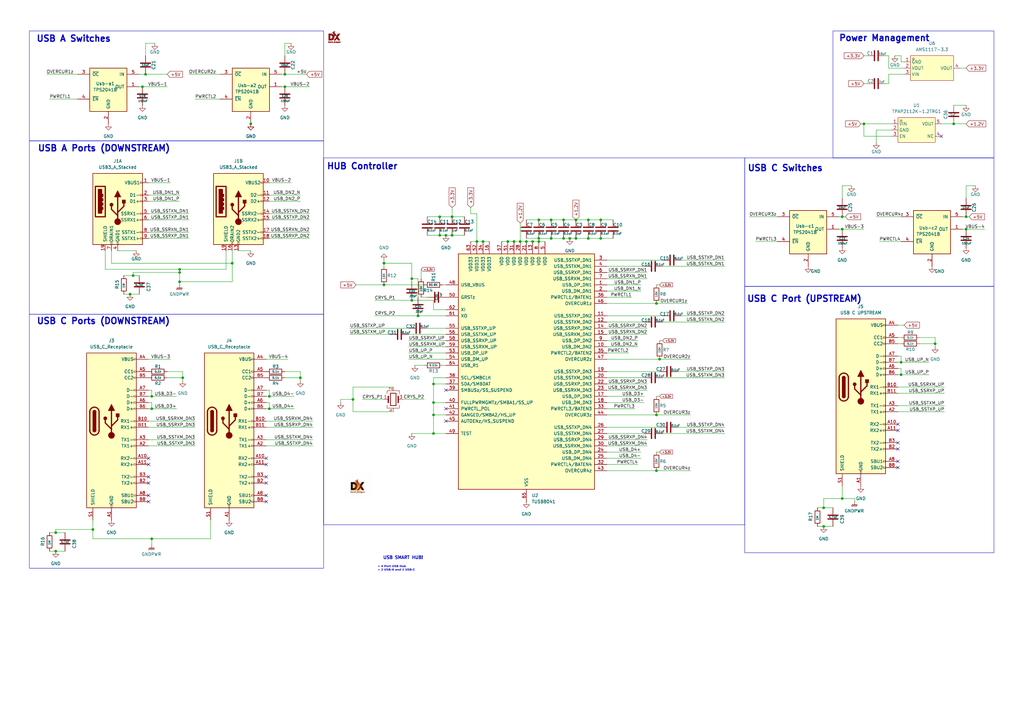
<source format=kicad_sch>
(kicad_sch (version 20250114) (generator "eeschema") (generator_version "9.0")
  (paper "A3")
  (lib_symbols
    (symbol "A Branding:LOGO" (pin_names (offset 1.016)))
    (symbol "Connector:USB3_A_Stacked" (pin_names (offset 1.016))
      (property "Reference" "J" (at -10.16 15.24 0))
      (property "Value" "USB3_A_Stacked" (at 10.16 15.24 0))
      (symbol "USB3_A_Stacked_0_1"
        (pin passive line (at -5.08 -17.78 90) (length 2.54) (name "SHIELD") (number "19"))
      )
      (symbol "USB3_A_Stacked_1_1"
        (pin passive line (at -2.54 -17.78 90) (length 2.54) (name "DRAIN1") (number "7"))
        (pin power_in line (at 0 -17.78 90) (length 2.54) (name "GND1") (number "4"))
        (pin power_in line (at 12.7 10.16 180) (length 2.54) (name "VBUS1") (number "1"))
        (pin bidirectional line (at 12.7 5.08 180) (length 2.54) (name "D1-") (number "2"))
        (pin bidirectional line (at 12.7 2.54 180) (length 2.54) (name "D1+") (number "3"))
        (pin output line (at 12.7 -2.54 180) (length 2.54) (name "SSRX1-") (number "5"))
        (pin output line (at 12.7 -5.08 180) (length 2.54) (name "SSRX1+") (number "6"))
        (pin input line (at 12.7 -10.16 180) (length 2.54) (name "SSTX1-") (number "8"))
        (pin input line (at 12.7 -12.7 180) (length 2.54) (name "SSTX1+") (number "9"))
      )
      (symbol "USB3_A_Stacked_2_1"
        (pin passive line (at -2.54 -17.78 90) (length 2.54) (name "DRAIN2") (number "16"))
        (pin power_in line (at 0 -17.78 90) (length 2.54) (name "GND2") (number "13"))
        (pin power_in line (at 12.7 10.16 180) (length 2.54) (name "VBUS2") (number "10"))
        (pin bidirectional line (at 12.7 5.08 180) (length 2.54) (name "D2-") (number "11"))
        (pin bidirectional line (at 12.7 2.54 180) (length 2.54) (name "D2+") (number "12"))
        (pin output line (at 12.7 -2.54 180) (length 2.54) (name "SSRX2-") (number "14"))
        (pin output line (at 12.7 -5.08 180) (length 2.54) (name "SSRX2+") (number "15"))
        (pin input line (at 12.7 -10.16 180) (length 2.54) (name "SSTX2-") (number "17"))
        (pin input line (at 12.7 -12.7 180) (length 2.54) (name "SSTX2+") (number "18"))
      )
    )
    (symbol "Connector:USB_C_Receptacle" (pin_names (offset 1.016))
      (property "Reference" "J" (at -10.16 29.21 0))
      (property "Value" "USB_C_Receptacle" (at 10.16 29.21 0))
      (symbol "USB_C_Receptacle_1_1"
        (pin passive line (at -7.62 -40.64 90) (length 5.08) (name "SHIELD") (number "S1"))
        (pin passive line (at 0 -40.64 90) (length 5.08) (name "GND") (number "A1"))
        (pin passive line (at 0 -40.64 90) (length 5.08) (hide yes) (name "GND") (number "A12"))
        (pin passive line (at 0 -40.64 90) (length 5.08) (hide yes) (name "GND") (number "B1"))
        (pin passive line (at 0 -40.64 90) (length 5.08) (hide yes) (name "GND") (number "B12"))
        (pin passive line (at 15.24 25.4 180) (length 5.08) (name "VBUS") (number "A4"))
        (pin passive line (at 15.24 25.4 180) (length 5.08) (hide yes) (name "VBUS") (number "A9"))
        (pin passive line (at 15.24 25.4 180) (length 5.08) (hide yes) (name "VBUS") (number "B4"))
        (pin passive line (at 15.24 25.4 180) (length 5.08) (hide yes) (name "VBUS") (number "B9"))
        (pin bidirectional line (at 15.24 20.32 180) (length 5.08) (name "CC1") (number "A5"))
        (pin bidirectional line (at 15.24 17.78 180) (length 5.08) (name "CC2") (number "B5"))
        (pin bidirectional line (at 15.24 12.7 180) (length 5.08) (name "D-") (number "A7"))
        (pin bidirectional line (at 15.24 10.16 180) (length 5.08) (name "D-") (number "B7"))
        (pin bidirectional line (at 15.24 7.62 180) (length 5.08) (name "D+") (number "A6"))
        (pin bidirectional line (at 15.24 5.08 180) (length 5.08) (name "D+") (number "B6"))
        (pin bidirectional line (at 15.24 0 180) (length 5.08) (name "RX1-") (number "B10"))
        (pin bidirectional line (at 15.24 -2.54 180) (length 5.08) (name "RX1+") (number "B11"))
        (pin bidirectional line (at 15.24 -7.62 180) (length 5.08) (name "TX1-") (number "A3"))
        (pin bidirectional line (at 15.24 -10.16 180) (length 5.08) (name "TX1+") (number "A2"))
        (pin bidirectional line (at 15.24 -15.24 180) (length 5.08) (name "RX2-") (number "A10"))
        (pin bidirectional line (at 15.24 -17.78 180) (length 5.08) (name "RX2+") (number "A11"))
        (pin bidirectional line (at 15.24 -22.86 180) (length 5.08) (name "TX2-") (number "B3"))
        (pin bidirectional line (at 15.24 -25.4 180) (length 5.08) (name "TX2+") (number "B2"))
        (pin bidirectional line (at 15.24 -30.48 180) (length 5.08) (name "SBU1") (number "A8"))
        (pin bidirectional line (at 15.24 -33.02 180) (length 5.08) (name "SBU2") (number "B8"))
      )
    )
    (symbol "Device:C" (pin_numbers (hide yes)) (pin_names (offset 0.254))
      (property "Reference" "C" (at 0.635 2.54 0))
      (property "Value" "C" (at 0.635 -2.54 0))
      (symbol "C_1_1"
        (pin passive line (at 0 3.81 270) (length 2.794) (name "~") (number "1"))
        (pin passive line (at 0 -3.81 90) (length 2.794) (name "~") (number "2"))
      )
    )
    (symbol "Device:Crystal_GND24" (pin_names (offset 1.016) (hide yes))
      (property "Reference" "Y" (at 3.175 5.08 0))
      (property "Value" "Crystal_GND24" (at 3.175 3.175 0))
      (symbol "Crystal_GND24_1_1"
        (pin passive line (at -3.81 0 0) (length 1.27) (name "1") (number "1"))
        (pin passive line (at 0 5.08 270) (length 1.27) (name "2") (number "2"))
        (pin passive line (at 0 -5.08 90) (length 1.27) (name "4") (number "4"))
        (pin passive line (at 3.81 0 180) (length 1.27) (name "3") (number "3"))
      )
    )
    (symbol "Device:R" (pin_numbers (hide yes)) (pin_names (offset 0))
      (property "Reference" "R" (at 2.032 0 90))
      (property "Value" "R" (at 0 0 90))
      (symbol "R_1_1"
        (pin passive line (at 0 3.81 270) (length 1.27) (name "~") (number "1"))
        (pin passive line (at 0 -3.81 90) (length 1.27) (name "~") (number "2"))
      )
    )
    (symbol "Interface_USB:TUSB8041" (pin_names (offset 1.016))
      (property "Reference" "U" (at 15.24 53.34 0))
      (property "Value" "TUSB8041" (at 15.24 50.8 0))
      (symbol "TUSB8041_1_1"
        (pin input line (at -33.02 35.56 0) (length 5.08) (name "USB_VBUS") (number "48"))
        (pin input line (at -33.02 30.48 0) (length 5.08) (name "GRSTz") (number "50"))
        (pin input line (at -33.02 25.4 0) (length 5.08) (name "XI") (number "62"))
        (pin output line (at -33.02 22.86 0) (length 5.08) (name "XO") (number "61"))
        (pin output line (at -33.02 17.78 0) (length 5.08) (name "USB_SSTXP_UP") (number "55"))
        (pin output line (at -33.02 15.24 0) (length 5.08) (name "USB_SSTXM_UP") (number "56"))
        (pin input line (at -33.02 12.7 0) (length 5.08) (name "USB_SSRXP_UP") (number "58"))
        (pin input line (at -33.02 10.16 0) (length 5.08) (name "USB_SSRXM_UP") (number "59"))
        (pin bidirectional line (at -33.02 7.62 0) (length 5.08) (name "USB_DP_UP") (number "53"))
        (pin bidirectional line (at -33.02 5.08 0) (length 5.08) (name "USB_DM_UP") (number "54"))
        (pin input line (at -33.02 2.54 0) (length 5.08) (name "USB_R1") (number "64"))
        (pin bidirectional line (at -33.02 -2.54 0) (length 5.08) (name "SCL/SMBCLK") (number "38"))
        (pin bidirectional line (at -33.02 -5.08 0) (length 5.08) (name "SDA/SMBDAT") (number "37"))
        (pin bidirectional line (at -33.02 -7.62 0) (length 5.08) (name "SMBUSz/SS_SUSPEND") (number "39"))
        (pin bidirectional line (at -33.02 -12.7 0) (length 5.08) (name "FULLPWRMGMTz/SMBA1/SS_UP") (number "40"))
        (pin bidirectional line (at -33.02 -15.24 0) (length 5.08) (name "PWRCTL_POL") (number "41"))
        (pin bidirectional line (at -33.02 -17.78 0) (length 5.08) (name "GANGED/SMBA2/HS_UP") (number "42"))
        (pin bidirectional line (at -33.02 -20.32 0) (length 5.08) (name "AUTOENz/HS_SUSPEND") (number "45"))
        (pin input line (at -33.02 -25.4 0) (length 5.08) (name "TEST") (number "49"))
        (pin power_in line (at -22.86 53.34 270) (length 5.08) (name "VDD33") (number "63"))
        (pin power_in line (at -20.32 53.34 270) (length 5.08) (name "VDD33") (number "52"))
        (pin power_in line (at -17.78 53.34 270) (length 5.08) (name "VDD33") (number "34"))
        (pin power_in line (at -15.24 53.34 270) (length 5.08) (name "VDD33") (number "16"))
        (pin power_in line (at -10.16 53.34 270) (length 5.08) (name "VDD") (number "57"))
        (pin power_in line (at -7.62 53.34 270) (length 5.08) (name "VDD") (number "51"))
        (pin power_in line (at -5.08 53.34 270) (length 5.08) (name "VDD") (number "31"))
        (pin power_in line (at -2.54 53.34 270) (length 5.08) (name "VDD") (number "28"))
        (pin power_in line (at 0 53.34 270) (length 5.08) (name "VDD") (number "21"))
        (pin power_in line (at 0 -53.34 90) (length 5.08) (name "VSS") (number "65"))
        (pin power_in line (at 2.54 53.34 270) (length 5.08) (name "VDD") (number "13"))
        (pin power_in line (at 5.08 53.34 270) (length 5.08) (name "VDD") (number "8"))
        (pin power_in line (at 7.62 53.34 270) (length 5.08) (name "VDD") (number "5"))
        (pin no_connect line (at 27.94 -45.72 180) (length 5.08) (hide yes) (name "NC") (number "60"))
        (pin output line (at 33.02 45.72 180) (length 5.08) (name "USB_SSTXP_DN1") (number "3"))
        (pin output line (at 33.02 43.18 180) (length 5.08) (name "USB_SSTXM_DN1") (number "4"))
        (pin input line (at 33.02 40.64 180) (length 5.08) (name "USB_SSRXP_DN1") (number "6"))
        (pin input line (at 33.02 38.1 180) (length 5.08) (name "USB_SSRXM_DN1") (number "7"))
        (pin bidirectional line (at 33.02 35.56 180) (length 5.08) (name "USB_DP_DN1") (number "1"))
        (pin bidirectional line (at 33.02 33.02 180) (length 5.08) (name "USB_DM_DN1") (number "2"))
        (pin bidirectional line (at 33.02 30.48 180) (length 5.08) (name "PWRCTL1/BATEN1") (number "36"))
        (pin input line (at 33.02 27.94 180) (length 5.08) (name "OVERCUR1z") (number "46"))
        (pin output line (at 33.02 22.86 180) (length 5.08) (name "USB_SSTXP_DN2") (number "11"))
        (pin output line (at 33.02 20.32 180) (length 5.08) (name "USB_SSTXM_DN2") (number "12"))
        (pin input line (at 33.02 17.78 180) (length 5.08) (name "USB_SSRXP_DN2") (number "14"))
        (pin input line (at 33.02 15.24 180) (length 5.08) (name "USB_SSRXM_DN2") (number "15"))
        (pin bidirectional line (at 33.02 12.7 180) (length 5.08) (name "USB_DP_DN2") (number "9"))
        (pin bidirectional line (at 33.02 10.16 180) (length 5.08) (name "USB_DM_DN2") (number "10"))
        (pin bidirectional line (at 33.02 7.62 180) (length 5.08) (name "PWRCTL2/BATEN2") (number "35"))
        (pin input line (at 33.02 5.08 180) (length 5.08) (name "OVERCUR2z") (number "47"))
        (pin output line (at 33.02 0 180) (length 5.08) (name "USB_SSTXP_DN3") (number "19"))
        (pin output line (at 33.02 -2.54 180) (length 5.08) (name "USB_SSTXM_DN3") (number "20"))
        (pin input line (at 33.02 -5.08 180) (length 5.08) (name "USB_SSRXP_DN3") (number "22"))
        (pin input line (at 33.02 -7.62 180) (length 5.08) (name "USB_SSRXM_DN3") (number "23"))
        (pin bidirectional line (at 33.02 -10.16 180) (length 5.08) (name "USB_DP_DN3") (number "17"))
        (pin bidirectional line (at 33.02 -12.7 180) (length 5.08) (name "USB_DM_DN3") (number "18"))
        (pin bidirectional line (at 33.02 -15.24 180) (length 5.08) (name "PWRCTL3/BATEN3") (number "33"))
        (pin input line (at 33.02 -17.78 180) (length 5.08) (name "OVERCUR3z") (number "44"))
        (pin output line (at 33.02 -22.86 180) (length 5.08) (name "USB_SSTXP_DN4") (number "26"))
        (pin output line (at 33.02 -25.4 180) (length 5.08) (name "USB_SSTXM_DN4") (number "27"))
        (pin input line (at 33.02 -27.94 180) (length 5.08) (name "USB_SSRXP_DN4") (number "29"))
        (pin input line (at 33.02 -30.48 180) (length 5.08) (name "USB_SSRXM_DN4") (number "30"))
        (pin bidirectional line (at 33.02 -33.02 180) (length 5.08) (name "USB_DP_DN4") (number "24"))
        (pin bidirectional line (at 33.02 -35.56 180) (length 5.08) (name "USB_DM_DN4") (number "25"))
        (pin bidirectional line (at 33.02 -38.1 180) (length 5.08) (name "PWRCTL4/BATEN4") (number "32"))
        (pin input line (at 33.02 -40.64 180) (length 5.08) (name "OVERCUR4z") (number "43"))
      )
    )
    (symbol "Power_Management:TPS2041B" (pin_names (offset 1.016))
      (property "Reference" "U" (at 0 10.795 0))
      (property "Value" "TPS2041B" (at 0 8.89 0))
      (symbol "TPS2041B_1_1"
        (pin open_collector line (at -12.7 5.08 0) (length 5.08) (name "~{OC}") (number "3"))
        (pin input line (at -12.7 -5.08 0) (length 5.08) (name "~{EN}") (number "4"))
        (pin power_in line (at 0 -15.24 90) (length 5.08) (name "GND") (number "2"))
        (pin power_in line (at 12.7 5.08 180) (length 5.08) (name "IN") (number "5"))
        (pin power_out line (at 12.7 0 180) (length 5.08) (name "OUT") (number "1"))
      )
    )
    (symbol "Smart Hub Symbols:AMS1117-3.3"
      (property "Reference" "U" (at 0 7.62 0))
      (property "Value" "AMS1117-3.3" (at 0 -7.62 0))
      (symbol "AMS1117-3.3_0_1"
        (pin unspecified line (at -11.43 2.54 0) (length 2.54) (name "GND") (number "1"))
        (pin unspecified line (at -11.43 0 0) (length 2.54) (name "VOUT") (number "2"))
        (pin unspecified line (at -11.43 -2.54 0) (length 2.54) (name "VIN") (number "3"))
        (pin unspecified line (at 11.43 0 180) (length 2.54) (name "VOUT") (number "4"))
      )
    )
    (symbol "Smart Hub Symbols:TPAP2112K-1.2TRG1"
      (property "Reference" "U" (at 0 7.62 0))
      (property "Value" "TPAP2112K-1.2TRG1" (at 0 -7.62 0))
      (symbol "TPAP2112K-1.2TRG1_0_1"
        (pin unspecified line (at -10.16 2.54 0) (length 2.54) (name "VIN") (number "1"))
        (pin unspecified line (at -10.16 0 0) (length 2.54) (name "GND") (number "2"))
        (pin unspecified line (at -10.16 -2.54 0) (length 2.54) (name "EN") (number "3"))
        (pin unspecified line (at 10.16 2.54 180) (length 2.54) (name "VOUT") (number "5"))
        (pin unspecified line (at 10.16 -2.54 180) (length 2.54) (name "NC") (number "4"))
      )
    )
    (symbol "power:GND" (power) (pin_numbers (hide yes)) (pin_names (offset 0) (hide yes))
      (property "Value" "GND" (at 0 -3.81 0))
      (symbol "GND_1_1"
        (pin power_in line (at 0 0 270) (length 0) (name "~") (number "1"))
      )
    )
    (symbol "power:GNDPWR" (power) (pin_numbers (hide yes)) (pin_names (offset 0) (hide yes))
      (property "Value" "GNDPWR" (at 0 -3.302 0))
      (symbol "GNDPWR_1_1"
        (pin power_in line (at 0 0 270) (length 0) (name "~") (number "1"))
      )
    )
  )
  (rectangle (start 12.065 12.7) (end 132.715 57.785))
  (rectangle (start 305.435 64.77) (end 407.67 117.475))
  (rectangle (start 12.065 57.785) (end 132.715 128.905))
  (rectangle (start 341.63 12.7) (end 407.67 64.77))
  (rectangle (start 132.715 64.77) (end 305.435 215.265))
  (rectangle (start 12.065 128.905) (end 132.715 233.045))
  (rectangle (start 305.435 117.475) (end 407.67 226.695))
  (text "USB SMART HUB!" (at 165.354 228.854 0) (effects (font (size 1.27 1.27) (thickness 0.254) (bold yes))))
  (text "USB A Switches" (at 30.226 16.002 0) (effects (font (size 2.54 2.54) (thickness 0.508) (bold yes))))
  (text "USB C Ports (DOWNSTREAM)\n" (at 42.418 131.826 0) (effects (font (size 2.54 2.54) (thickness 0.508) (bold yes))))
  (text "Power Management\n" (at 362.712 15.748 0) (effects (font (size 2.54 2.54) (thickness 0.508) (bold yes))))
  (text "> 4 Port USB Hub\n> 2 USB-A and 2 USB-C" (at 154.94 233.426 0) (effects (font (size 0.8382 0.8382) (thickness 0.254) (bold yes)) (justify left)))
  (text "USB C Switches" (at 322.072 69.088 0) (effects (font (size 2.54 2.54) (thickness 0.508) (bold yes))))
  (text "USB C Port (UPSTREAM)" (at 329.946 122.682 0) (effects (font (size 2.54 2.54) (thickness 0.508) (bold yes))))
  (text "USB A Ports (DOWNSTREAM)\n" (at 42.672 60.96 0) (effects (font (size 2.54 2.54) (thickness 0.508) (bold yes))))
  (text "HUB Controller" (at 148.59 68.326 0) (effects (font (size 2.54 2.54) (thickness 0.508) (bold yes))))
  (junction (at 110.49 167.64))
  (junction (at 180.34 96.52))
  (junction (at 218.44 99.06))
  (junction (at 337.82 208.28))
  (junction (at 102.87 50.8))
  (junction (at 62.23 220.98))
  (junction (at 116.84 30.48))
  (junction (at 185.42 88.9))
  (junction (at 396.24 88.9))
  (junction (at 157.48 116.84))
  (junction (at 246.38 90.17))
  (junction (at 74.93 154.94))
  (junction (at 177.8 157.48))
  (junction (at 208.28 99.06))
  (junction (at 369.57 153.67))
  (junction (at 220.98 90.17))
  (junction (at 269.24 193.04))
  (junction (at 22.86 218.44))
  (junction (at 231.14 90.17))
  (junction (at 22.86 226.06))
  (junction (at 58.42 35.56))
  (junction (at 185.42 96.52))
  (junction (at 123.19 154.94))
  (junction (at 116.84 35.56))
  (junction (at 269.24 124.46))
  (junction (at 95.25 107.95))
  (junction (at 220.98 97.79))
  (junction (at 345.44 88.9))
  (junction (at 226.06 90.17))
  (junction (at 59.69 30.48))
  (junction (at 236.22 90.17))
  (junction (at 73.66 111.76))
  (junction (at 54.61 113.03))
  (junction (at 241.3 97.79))
  (junction (at 177.8 170.18))
  (junction (at 226.06 97.79))
  (junction (at 337.82 215.9))
  (junction (at 168.91 123.19))
  (junction (at 180.34 88.9))
  (junction (at 73.66 115.57))
  (junction (at 369.57 148.59))
  (junction (at 198.12 99.06))
  (junction (at 345.44 93.98))
  (junction (at 110.49 162.56))
  (junction (at 246.38 97.79))
  (junction (at 182.88 96.52))
  (junction (at 53.34 120.65))
  (junction (at 144.78 163.83))
  (junction (at 236.22 97.79))
  (junction (at 177.8 177.8))
  (junction (at 270.51 147.32))
  (junction (at 233.68 97.79))
  (junction (at 210.82 99.06))
  (junction (at 345.44 204.47))
  (junction (at 220.98 99.06))
  (junction (at 396.24 93.98))
  (junction (at 168.91 114.3))
  (junction (at 177.8 165.1))
  (junction (at 215.9 99.06))
  (junction (at 354.33 50.8))
  (junction (at 391.16 50.8))
  (junction (at 62.23 162.56))
  (junction (at 73.66 110.49))
  (junction (at 195.58 99.06))
  (junction (at 213.36 99.06))
  (junction (at 62.23 167.64))
  (junction (at 383.54 140.97))
  (junction (at 241.3 90.17))
  (junction (at 171.45 129.54))
  (junction (at 157.48 107.95))
  (junction (at 38.1 217.17))
  (junction (at 269.24 170.18))
  (junction (at 231.14 97.79))
  (no_connect (at 182.88 167.64))
  (no_connect (at 109.22 195.58))
  (no_connect (at 368.3 181.61))
  (no_connect (at 368.3 184.15))
  (no_connect (at 109.22 187.96))
  (no_connect (at 182.88 172.72))
  (no_connect (at 109.22 203.2))
  (no_connect (at 60.96 203.2))
  (no_connect (at 60.96 190.5))
  (no_connect (at 368.3 173.99))
  (no_connect (at 386.08 55.88))
  (no_connect (at 368.3 189.23))
  (no_connect (at 109.22 198.12))
  (no_connect (at 368.3 191.77))
  (no_connect (at 60.96 198.12))
  (no_connect (at 60.96 205.74))
  (no_connect (at 109.22 205.74))
  (no_connect (at 368.3 176.53))
  (no_connect (at 60.96 195.58))
  (no_connect (at 60.96 187.96))
  (no_connect (at 182.88 160.02))
  (no_connect (at 109.22 190.5))
  (wire (pts (xy 62.23 167.64) (xy 72.39 167.64)))
  (wire (pts (xy 168.91 177.8) (xy 177.8 177.8)))
  (wire (pts (xy 181.61 116.84) (xy 182.88 116.84)))
  (wire (pts (xy 270.51 147.32) (xy 283.21 147.32)))
  (wire (pts (xy 182.88 96.52) (xy 185.42 96.52)))
  (wire (pts (xy 364.49 30.48) (xy 370.84 30.48)))
  (wire (pts (xy 368.3 166.37) (xy 387.35 166.37)))
  (wire (pts (xy 110.49 95.25) (xy 127 95.25)))
  (wire (pts (xy 73.66 111.76) (xy 73.66 110.49)))
  (wire (pts (xy 170.18 149.86) (xy 173.99 149.86)))
  (wire (pts (xy 177.8 154.94) (xy 177.8 157.48)))
  (wire (pts (xy 157.48 107.95) (xy 168.91 107.95)))
  (wire (pts (xy 57.15 35.56) (xy 58.42 35.56)))
  (wire (pts (xy 172.72 121.92) (xy 175.26 121.92)))
  (wire (pts (xy 60.96 175.26) (xy 80.01 175.26)))
  (wire (pts (xy 365.76 55.88) (xy 354.33 55.88)))
  (wire (pts (xy 363.22 22.86) (xy 364.49 22.86)))
  (wire (pts (xy 391.16 43.18) (xy 396.24 43.18)))
  (wire (pts (xy 364.49 34.29) (xy 364.49 30.48)))
  (wire (pts (xy 53.34 120.65) (xy 57.15 120.65)))
  (wire (pts (xy 271.78 109.22) (xy 297.18 109.22)))
  (wire (pts (xy 271.78 132.08) (xy 297.18 132.08)))
  (wire (pts (xy 92.71 110.49) (xy 92.71 102.87)))
  (wire (pts (xy 58.42 35.56) (xy 68.58 35.56)))
  (wire (pts (xy 110.49 74.93) (xy 119.38 74.93)))
  (wire (pts (xy 279.4 129.54) (xy 297.18 129.54)))
  (wire (pts (xy 248.92 157.48) (xy 265.43 157.48)))
  (wire (pts (xy 180.34 88.9) (xy 185.42 88.9)))
  (wire (pts (xy 38.1 217.17) (xy 38.1 220.98)))
  (wire (pts (xy 396.24 93.98) (xy 403.86 93.98)))
  (wire (pts (xy 110.49 167.64) (xy 120.65 167.64)))
  (wire (pts (xy 60.96 90.17) (xy 77.47 90.17)))
  (wire (pts (xy 386.08 50.8) (xy 391.16 50.8)))
  (wire (pts (xy 369.57 22.86) (xy 367.03 22.86)))
  (wire (pts (xy 377.19 138.43) (xy 383.54 138.43)))
  (wire (pts (xy 115.57 35.56) (xy 116.84 35.56)))
  (wire (pts (xy 60.96 172.72) (xy 80.01 172.72)))
  (wire (pts (xy 218.44 99.06) (xy 220.98 99.06)))
  (wire (pts (xy 95.25 107.95) (xy 95.25 115.57)))
  (wire (pts (xy 110.49 162.56) (xy 120.65 162.56)))
  (wire (pts (xy 360.68 99.06) (xy 369.57 99.06)))
  (wire (pts (xy 269.24 193.04) (xy 283.21 193.04)))
  (wire (pts (xy 109.22 180.34) (xy 128.27 180.34)))
  (wire (pts (xy 393.7 27.94) (xy 396.24 27.94)))
  (wire (pts (xy 110.49 82.55) (xy 123.19 82.55)))
  (wire (pts (xy 364.49 22.86) (xy 364.49 27.94)))
  (wire (pts (xy 177.8 165.1) (xy 177.8 170.18)))
  (wire (pts (xy 396.24 76.2) (xy 400.05 76.2)))
  (wire (pts (xy 59.69 22.86) (xy 59.69 17.78)))
  (wire (pts (xy 177.8 165.1) (xy 182.88 165.1)))
  (wire (pts (xy 97.79 102.87) (xy 102.87 102.87)))
  (wire (pts (xy 57.15 30.48) (xy 59.69 30.48)))
  (wire (pts (xy 185.42 88.9) (xy 190.5 88.9)))
  (wire (pts (xy 20.32 218.44) (xy 22.86 218.44)))
  (wire (pts (xy 208.28 99.06) (xy 210.82 99.06)))
  (wire (pts (xy 368.3 153.67) (xy 369.57 153.67)))
  (wire (pts (xy 172.72 110.49) (xy 172.72 114.3)))
  (wire (pts (xy 74.93 152.4) (xy 74.93 154.94)))
  (wire (pts (xy 248.92 119.38) (xy 262.89 119.38)))
  (wire (pts (xy 171.45 114.3) (xy 168.91 114.3)))
  (wire (pts (xy 248.92 177.8) (xy 264.16 177.8)))
  (wire (pts (xy 231.14 97.79) (xy 233.68 97.79)))
  (wire (pts (xy 181.61 149.86) (xy 182.88 149.86)))
  (wire (pts (xy 248.92 190.5) (xy 261.62 190.5)))
  (wire (pts (xy 22.86 218.44) (xy 26.67 218.44)))
  (wire (pts (xy 62.23 160.02) (xy 60.96 160.02)))
  (wire (pts (xy 368.3 146.05) (xy 369.57 146.05)))
  (wire (pts (xy 86.36 220.98) (xy 86.36 213.36)))
  (wire (pts (xy 54.61 113.03) (xy 54.61 111.76)))
  (wire (pts (xy 73.66 115.57) (xy 73.66 111.76)))
  (wire (pts (xy 248.92 134.62) (xy 265.43 134.62)))
  (wire (pts (xy 248.92 193.04) (xy 269.24 193.04)))
  (wire (pts (xy 77.47 30.48) (xy 90.17 30.48)))
  (wire (pts (xy 60.96 182.88) (xy 80.01 182.88)))
  (wire (pts (xy 270.51 185.42) (xy 269.24 185.42)))
  (wire (pts (xy 60.96 147.32) (xy 69.85 147.32)))
  (wire (pts (xy 248.92 109.22) (xy 264.16 109.22)))
  (wire (pts (xy 213.36 99.06) (xy 215.9 99.06)))
  (wire (pts (xy 195.58 99.06) (xy 195.58 87.63)))
  (wire (pts (xy 279.4 106.68) (xy 297.18 106.68)))
  (wire (pts (xy 369.57 140.97) (xy 368.3 140.97)))
  (wire (pts (xy 62.23 162.56) (xy 72.39 162.56)))
  (wire (pts (xy 369.57 153.67) (xy 381 153.67)))
  (wire (pts (xy 110.49 80.01) (xy 123.19 80.01)))
  (wire (pts (xy 335.28 215.9) (xy 337.82 215.9)))
  (wire (pts (xy 185.42 85.09) (xy 185.42 88.9)))
  (wire (pts (xy 38.1 213.36) (xy 38.1 217.17)))
  (wire (pts (xy 45.72 102.87) (xy 45.72 107.95)))
  (wire (pts (xy 109.22 162.56) (xy 110.49 162.56)))
  (wire (pts (xy 369.57 151.13) (xy 369.57 153.67)))
  (wire (pts (xy 236.22 97.79) (xy 241.3 97.79)))
  (wire (pts (xy 215.9 90.17) (xy 220.98 90.17)))
  (wire (pts (xy 368.3 133.35) (xy 370.84 133.35)))
  (wire (pts (xy 248.92 180.34) (xy 265.43 180.34)))
  (wire (pts (xy 271.78 154.94) (xy 297.18 154.94)))
  (wire (pts (xy 167.64 137.16) (xy 182.88 137.16)))
  (wire (pts (xy 110.49 160.02) (xy 109.22 160.02)))
  (wire (pts (xy 43.18 102.87) (xy 43.18 110.49)))
  (wire (pts (xy 337.82 215.9) (xy 341.63 215.9)))
  (wire (pts (xy 394.97 88.9) (xy 396.24 88.9)))
  (wire (pts (xy 278.13 152.4) (xy 297.18 152.4)))
  (wire (pts (xy 193.04 99.06) (xy 195.58 99.06)))
  (wire (pts (xy 220.98 99.06) (xy 223.52 99.06)))
  (wire (pts (xy 116.84 17.78) (xy 119.38 17.78)))
  (wire (pts (xy 345.44 81.28) (xy 345.44 76.2)))
  (wire (pts (xy 73.66 110.49) (xy 92.71 110.49)))
  (wire (pts (xy 335.28 208.28) (xy 337.82 208.28)))
  (wire (pts (xy 248.92 185.42) (xy 262.89 185.42)))
  (wire (pts (xy 59.69 17.78) (xy 63.5 17.78)))
  (wire (pts (xy 68.58 152.4) (xy 74.93 152.4)))
  (wire (pts (xy 68.58 154.94) (xy 74.93 154.94)))
  (wire (pts (xy 368.3 161.29) (xy 387.35 161.29)))
  (wire (pts (xy 353.06 50.8) (xy 354.33 50.8)))
  (wire (pts (xy 278.13 175.26) (xy 297.18 175.26)))
  (wire (pts (xy 368.3 158.75) (xy 387.35 158.75)))
  (wire (pts (xy 248.92 132.08) (xy 264.16 132.08)))
  (wire (pts (xy 220.98 97.79) (xy 226.06 97.79)))
  (wire (pts (xy 60.96 162.56) (xy 62.23 162.56)))
  (wire (pts (xy 62.23 165.1) (xy 62.23 167.64)))
  (wire (pts (xy 177.8 157.48) (xy 182.88 157.48)))
  (wire (pts (xy 213.36 91.44) (xy 213.36 99.06)))
  (wire (pts (xy 167.64 142.24) (xy 182.88 142.24)))
  (wire (pts (xy 54.61 111.76) (xy 73.66 111.76)))
  (wire (pts (xy 38.1 220.98) (xy 62.23 220.98)))
  (wire (pts (xy 110.49 97.79) (xy 127 97.79)))
  (wire (pts (xy 175.26 96.52) (xy 180.34 96.52)))
  (wire (pts (xy 171.45 129.54) (xy 182.88 129.54)))
  (wire (pts (xy 167.64 147.32) (xy 182.88 147.32)))
  (wire (pts (xy 157.48 106.68) (xy 157.48 107.95)))
  (wire (pts (xy 377.19 140.97) (xy 383.54 140.97)))
  (wire (pts (xy 241.3 97.79) (xy 246.38 97.79)))
  (wire (pts (xy 345.44 93.98) (xy 354.33 93.98)))
  (wire (pts (xy 345.44 204.47) (xy 350.52 204.47)))
  (wire (pts (xy 109.22 172.72) (xy 128.27 172.72)))
  (wire (pts (xy 116.84 35.56) (xy 127 35.56)))
  (wire (pts (xy 345.44 204.47) (xy 345.44 199.39)))
  (wire (pts (xy 270.51 116.84) (xy 269.24 116.84)))
  (wire (pts (xy 205.74 99.06) (xy 208.28 99.06)))
  (wire (pts (xy 248.92 114.3) (xy 265.43 114.3)))
  (wire (pts (xy 215.9 97.79) (xy 220.98 97.79)))
  (wire (pts (xy 198.12 99.06) (xy 200.66 99.06)))
  (wire (pts (xy 62.23 167.64) (xy 60.96 167.64)))
  (wire (pts (xy 345.44 88.9) (xy 344.17 88.9)))
  (wire (pts (xy 177.8 127) (xy 182.88 127)))
  (wire (pts (xy 95.25 115.57) (xy 73.66 115.57)))
  (wire (pts (xy 391.16 50.8) (xy 396.24 50.8)))
  (wire (pts (xy 383.54 138.43) (xy 383.54 140.97)))
  (wire (pts (xy 195.58 87.63) (xy 193.04 87.63)))
  (wire (pts (xy 50.8 113.03) (xy 54.61 113.03)))
  (wire (pts (xy 144.78 158.75) (xy 144.78 163.83)))
  (wire (pts (xy 350.52 204.47) (xy 350.52 205.74)))
  (wire (pts (xy 248.92 144.78) (xy 257.81 144.78)))
  (wire (pts (xy 177.8 123.19) (xy 177.8 127)))
  (wire (pts (xy 248.92 175.26) (xy 270.51 175.26)))
  (wire (pts (xy 248.92 187.96) (xy 262.89 187.96)))
  (wire (pts (xy 248.92 137.16) (xy 265.43 137.16)))
  (wire (pts (xy 109.22 175.26) (xy 128.27 175.26)))
  (wire (pts (xy 248.92 152.4) (xy 270.51 152.4)))
  (wire (pts (xy 110.49 87.63) (xy 127 87.63)))
  (wire (pts (xy 167.64 139.7) (xy 182.88 139.7)))
  (wire (pts (xy 148.59 163.83) (xy 157.48 163.83)))
  (wire (pts (xy 248.92 170.18) (xy 269.24 170.18)))
  (wire (pts (xy 62.23 220.98) (xy 86.36 220.98)))
  (wire (pts (xy 271.78 177.8) (xy 297.18 177.8)))
  (wire (pts (xy 60.96 165.1) (xy 62.23 165.1)))
  (wire (pts (xy 116.84 30.48) (xy 125.73 30.48)))
  (wire (pts (xy 168.91 123.19) (xy 177.8 123.19)))
  (wire (pts (xy 116.84 154.94) (xy 123.19 154.94)))
  (wire (pts (xy 54.61 113.03) (xy 57.15 113.03)))
  (wire (pts (xy 80.01 40.64) (xy 90.17 40.64)))
  (wire (pts (xy 248.92 111.76) (xy 265.43 111.76)))
  (wire (pts (xy 55.88 102.87) (xy 48.26 102.87)))
  (wire (pts (xy 60.96 95.25) (xy 77.47 95.25)))
  (wire (pts (xy 20.32 40.64) (xy 31.75 40.64)))
  (wire (pts (xy 110.49 90.17) (xy 127 90.17)))
  (wire (pts (xy 175.26 88.9) (xy 180.34 88.9)))
  (wire (pts (xy 337.82 204.47) (xy 337.82 208.28)))
  (wire (pts (xy 73.66 116.84) (xy 73.66 115.57)))
  (wire (pts (xy 369.57 88.9) (xy 359.41 88.9)))
  (wire (pts (xy 62.23 162.56) (xy 62.23 160.02)))
  (wire (pts (xy 60.96 80.01) (xy 73.66 80.01)))
  (wire (pts (xy 177.8 170.18) (xy 182.88 170.18)))
  (wire (pts (xy 116.84 22.86) (xy 116.84 17.78)))
  (wire (pts (xy 167.64 144.78) (xy 182.88 144.78)))
  (wire (pts (xy 175.26 134.62) (xy 182.88 134.62)))
  (wire (pts (xy 62.23 220.98) (xy 62.23 223.52)))
  (wire (pts (xy 246.38 97.79) (xy 251.46 97.79)))
  (wire (pts (xy 60.96 74.93) (xy 69.85 74.93)))
  (wire (pts (xy 109.22 182.88) (xy 128.27 182.88)))
  (wire (pts (xy 269.24 170.18) (xy 283.21 170.18)))
  (wire (pts (xy 185.42 96.52) (xy 190.5 96.52)))
  (wire (pts (xy 337.82 204.47) (xy 345.44 204.47)))
  (wire (pts (xy 165.1 163.83) (xy 173.99 163.83)))
  (wire (pts (xy 19.05 30.48) (xy 31.75 30.48)))
  (wire (pts (xy 309.88 99.06) (xy 318.77 99.06)))
  (wire (pts (xy 153.67 123.19) (xy 168.91 123.19)))
  (wire (pts (xy 354.33 34.29) (xy 355.6 34.29)))
  (wire (pts (xy 369.57 25.4) (xy 369.57 22.86)))
  (wire (pts (xy 248.92 162.56) (xy 264.16 162.56)))
  (wire (pts (xy 161.29 158.75) (xy 144.78 158.75)))
  (wire (pts (xy 60.96 180.34) (xy 80.01 180.34)))
  (wire (pts (xy 248.92 154.94) (xy 264.16 154.94)))
  (wire (pts (xy 38.1 217.17) (xy 22.86 217.17)))
  (wire (pts (xy 270.51 162.56) (xy 269.24 162.56)))
  (wire (pts (xy 248.92 129.54) (xy 271.78 129.54)))
  (wire (pts (xy 195.58 99.06) (xy 198.12 99.06)))
  (wire (pts (xy 368.3 168.91) (xy 387.35 168.91)))
  (wire (pts (xy 364.49 27.94) (xy 370.84 27.94)))
  (wire (pts (xy 337.82 208.28) (xy 341.63 208.28)))
  (wire (pts (xy 45.72 107.95) (xy 95.25 107.95)))
  (wire (pts (xy 248.92 106.68) (xy 271.78 106.68)))
  (wire (pts (xy 346.71 88.9) (xy 345.44 88.9)))
  (wire (pts (xy 344.17 93.98) (xy 345.44 93.98)))
  (wire (pts (xy 139.7 163.83) (xy 144.78 163.83)))
  (wire (pts (xy 144.78 168.91) (xy 161.29 168.91)))
  (wire (pts (xy 143.51 134.62) (xy 167.64 134.62)))
  (wire (pts (xy 177.8 157.48) (xy 177.8 165.1)))
  (wire (pts (xy 139.7 163.83) (xy 139.7 165.1)))
  (wire (pts (xy 354.33 22.86) (xy 355.6 22.86)))
  (wire (pts (xy 369.57 148.59) (xy 381 148.59)))
  (wire (pts (xy 20.32 226.06) (xy 22.86 226.06)))
  (wire (pts (xy 110.49 165.1) (xy 110.49 167.64)))
  (wire (pts (xy 116.84 152.4) (xy 123.19 152.4)))
  (wire (pts (xy 95.25 107.95) (xy 95.25 102.87)))
  (wire (pts (xy 236.22 90.17) (xy 241.3 90.17)))
  (wire (pts (xy 43.18 110.49) (xy 73.66 110.49)))
  (wire (pts (xy 143.51 137.16) (xy 160.02 137.16)))
  (wire (pts (xy 171.45 114.3) (xy 171.45 121.92)))
  (wire (pts (xy 394.97 93.98) (xy 396.24 93.98)))
  (wire (pts (xy 22.86 217.17) (xy 22.86 218.44)))
  (wire (pts (xy 397.51 88.9) (xy 396.24 88.9)))
  (wire (pts (xy 248.92 165.1) (xy 264.16 165.1)))
  (wire (pts (xy 215.9 99.06) (xy 218.44 99.06)))
  (wire (pts (xy 210.82 99.06) (xy 213.36 99.06)))
  (wire (pts (xy 182.88 154.94) (xy 177.8 154.94)))
  (wire (pts (xy 248.92 116.84) (xy 262.89 116.84)))
  (wire (pts (xy 168.91 114.3) (xy 168.91 115.57)))
  (wire (pts (xy 110.49 167.64) (xy 109.22 167.64)))
  (wire (pts (xy 241.3 90.17) (xy 246.38 90.17)))
  (wire (pts (xy 271.78 139.7) (xy 270.51 139.7)))
  (wire (pts (xy 396.24 81.28) (xy 396.24 76.2)))
  (wire (pts (xy 168.91 107.95) (xy 168.91 114.3)))
  (wire (pts (xy 248.92 167.64) (xy 260.35 167.64)))
  (wire (pts (xy 60.96 97.79) (xy 77.47 97.79)))
  (wire (pts (xy 22.86 226.06) (xy 26.67 226.06)))
  (wire (pts (xy 383.54 142.24) (xy 383.54 140.97)))
  (wire (pts (xy 177.8 177.8) (xy 182.88 177.8)))
  (wire (pts (xy 74.93 156.21) (xy 74.93 154.94)))
  (wire (pts (xy 59.69 30.48) (xy 68.58 30.48)))
  (wire (pts (xy 226.06 97.79) (xy 231.14 97.79)))
  (wire (pts (xy 177.8 170.18) (xy 177.8 177.8)))
  (wire (pts (xy 220.98 90.17) (xy 226.06 90.17)))
  (wire (pts (xy 233.68 97.79) (xy 236.22 97.79)))
  (wire (pts (xy 109.22 165.1) (xy 110.49 165.1)))
  (wire (pts (xy 369.57 138.43) (xy 368.3 138.43)))
  (wire (pts (xy 246.38 90.17) (xy 251.46 90.17)))
  (wire (pts (xy 248.92 142.24) (xy 261.62 142.24)))
  (wire (pts (xy 345.44 76.2) (xy 349.25 76.2)))
  (wire (pts (xy 248.92 182.88) (xy 265.43 182.88)))
  (wire (pts (xy 123.19 156.21) (xy 123.19 154.94)))
  (wire (pts (xy 146.05 116.84) (xy 157.48 116.84)))
  (wire (pts (xy 110.49 162.56) (xy 110.49 160.02)))
  (wire (pts (xy 354.33 50.8) (xy 365.76 50.8)))
  (wire (pts (xy 123.19 152.4) (xy 123.19 154.94)))
  (wire (pts (xy 180.34 96.52) (xy 182.88 96.52)))
  (wire (pts (xy 359.41 58.42) (xy 359.41 53.34)))
  (wire (pts (xy 109.22 147.32) (xy 118.11 147.32)))
  (wire (pts (xy 157.48 116.84) (xy 173.99 116.84)))
  (wire (pts (xy 248.92 139.7) (xy 261.62 139.7)))
  (wire (pts (xy 369.57 146.05) (xy 369.57 148.59)))
  (wire (pts (xy 369.57 148.59) (xy 368.3 148.59)))
  (wire (pts (xy 269.24 124.46) (xy 281.94 124.46)))
  (wire (pts (xy 193.04 87.63) (xy 193.04 85.09)))
  (wire (pts (xy 60.96 87.63) (xy 77.47 87.63)))
  (wire (pts (xy 226.06 90.17) (xy 231.14 90.17)))
  (wire (pts (xy 370.84 25.4) (xy 369.57 25.4)))
  (wire (pts (xy 231.14 90.17) (xy 236.22 90.17)))
  (wire (pts (xy 248.92 124.46) (xy 269.24 124.46)))
  (wire (pts (xy 50.8 120.65) (xy 53.34 120.65)))
  (wire (pts (xy 157.48 107.95) (xy 157.48 109.22)))
  (wire (pts (xy 363.22 34.29) (xy 364.49 34.29)))
  (wire (pts (xy 60.96 82.55) (xy 73.66 82.55)))
  (wire (pts (xy 368.3 151.13) (xy 369.57 151.13)))
  (wire (pts (xy 359.41 53.34) (xy 365.76 53.34)))
  (wire (pts (xy 153.67 129.54) (xy 171.45 129.54)))
  (wire (pts (xy 248.92 147.32) (xy 270.51 147.32)))
  (wire (pts (xy 248.92 160.02) (xy 265.43 160.02)))
  (wire (pts (xy 144.78 163.83) (xy 144.78 168.91)))
  (wire (pts (xy 115.57 30.48) (xy 116.84 30.48)))
  (wire (pts (xy 307.34 88.9) (xy 318.77 88.9)))
  (wire (pts (xy 248.92 121.92) (xy 259.08 121.92)))
  (wire (pts (xy 354.33 55.88) (xy 354.33 50.8)))
  (image (at 146.685 199.39) (scale 0.133771))
  (label "PWRCTL2" (at 80.01 40.64 0))
  (label "USB_D4-" (at 262.89 187.96 180))
  (label "OVERCUR2z" (at 283.21 147.32 180))
  (label "OVERCUR2z" (at 77.47 30.48 0))
  (label "OVERCUR1z" (at 19.05 30.48 0))
  (label "USB_SSRXM_DN4" (at 265.43 182.88 180))
  (label "USB_D4+" (at 262.89 185.42 180))
  (label "OVERCUR4z" (at 359.41 88.9 0))
  (label "USB_SSTXP_DN1" (at 77.47 90.17 180))
  (label "USB_D4+" (at 120.65 167.64 180))
  (label "VBUS-3" (at 354.33 93.98 180))
  (label "USB_SSTXM_DN3" (at 297.18 154.94 180))
  (label "USB_SSTXM_DN4" (at 128.27 180.34 180))
  (label "USB_SSRXP_UP" (at 167.64 139.7 0))
  (label "USB_SSTXM_UP" (at 387.35 166.37 180))
  (label "USB_SSTXP_DN1" (at 297.18 106.68 180))
  (label "PWRCTL2" (at 257.81 144.78 180))
  (label "USB_SSTXM_DN4" (at 297.18 177.8 180))
  (label "USB_SSTXM_UP" (at 143.51 137.16 0))
  (label "VBUS-1" (at 68.58 35.56 180))
  (label "VBUS-1" (at 69.85 74.93 180))
  (label "+5V" (at 125.73 30.48 180))
  (label "USB_D3+" (at 72.39 167.64 180))
  (label "USB_D3-" (at 72.39 162.56 180))
  (label "USB_DN1_P" (at 262.89 116.84 180))
  (label "USB_SSTXN_DN1" (at 297.18 109.22 180))
  (label "USB_D3+" (at 264.16 162.56 180))
  (label "USB_SSTXP_DN4" (at 128.27 182.88 180))
  (label "USB_SSRXP_DN1" (at 77.47 97.79 180))
  (label "CRYS_P2" (at 153.67 129.54 0))
  (label "USB_SSRXP_DN4" (at 128.27 175.26 180))
  (label "USB_SSRXP_UP" (at 387.35 161.29 180))
  (label "VBUS-3" (at 69.85 147.32 180))
  (label "USB_SSRXP_DN2" (at 265.43 134.62 180))
  (label "USB_UP_P" (at 167.64 144.78 0))
  (label "USB_SSRXM_UP" (at 167.64 142.24 0))
  (label "PWRCTL3" (at 260.35 167.64 180))
  (label "USB_SSTXP_DN4" (at 297.18 175.26 180))
  (label "USB_SSTXN_DN2" (at 297.18 132.08 180))
  (label "CRYS_P1" (at 153.67 123.19 0))
  (label "USB_SSTXP_UP" (at 143.51 134.62 0))
  (label "USB_SSRXN_DN1" (at 77.47 95.25 180))
  (label "USB_DN2_P" (at 261.62 139.7 180))
  (label "OVERCUR3z" (at 307.34 88.9 0))
  (label "USB_SSRXP_DN3" (at 265.43 157.48 180))
  (label "OVERCUR1z" (at 281.94 124.46 180))
  (label "PWRCTL1" (at 20.32 40.64 0))
  (label "VBUS-4" (at 403.86 93.98 180))
  (label "USB_SSRXP_DN3" (at 80.01 175.26 180))
  (label "USB_SSTXP_DN3" (at 80.01 182.88 180))
  (label "USB_SSTXM_DN3" (at 80.01 180.34 180))
  (label "USB_SSRXM_DN3" (at 80.01 172.72 180))
  (label "USB_SSRXN_DN2" (at 265.43 137.16 180))
  (label "USB_DN1_N" (at 73.66 80.01 180))
  (label "PWRCTL4" (at 360.68 99.06 0))
  (label "PWRCTL3" (at 309.88 99.06 0))
  (label "VBUS-2" (at 127 35.56 180))
  (label "USB_SSRXM_DN4" (at 128.27 172.72 180))
  (label "USB_SSTXP_UP" (at 387.35 168.91 180))
  (label "USB_SSRXM_DN3" (at 265.43 160.02 180))
  (label "USB_D3-" (at 264.16 165.1 180))
  (label "PWRCTL1" (at 259.08 121.92 180))
  (label "OVERCUR4z" (at 283.21 193.04 180))
  (label "USB_DN1_N" (at 262.89 119.38 180))
  (label "USB_SSRXP_DN4" (at 265.43 180.34 180))
  (label "USB_D4-" (at 120.65 162.56 180))
  (label "VBUS-2" (at 119.38 74.93 180))
  (label "USB_SSTXP_DN3" (at 297.18 152.4 180))
  (label "USB_SSTXP_DN2" (at 127 90.17 180))
  (label "USB_SSTXN_DN2" (at 127 87.63 180))
  (label "USB_DN2_P" (at 123.19 82.55 180))
  (label "USB_DN2_N" (at 123.19 80.01 180))
  (label "USB_SSRXN_DN2" (at 127 95.25 180))
  (label "USB_SSRXP_DN2" (at 127 97.79 180))
  (label "OVERCUR3z" (at 283.21 170.18 180))
  (label "USB_DN1_P" (at 73.66 82.55 180))
  (label "PWRCTL4" (at 261.62 190.5 180))
  (label "USB_UP_N" (at 167.64 147.32 0))
  (label "USB_SSRXN_DN1" (at 265.43 114.3 180))
  (label "USB_DN2_N" (at 261.62 142.24 180))
  (label "VBUS-4" (at 118.11 147.32 180))
  (label "CRYS_P1" (at 148.59 163.83 0))
  (label "CRYS_P2" (at 173.99 163.83 180))
  (label "USB_SSTXN_DN1" (at 77.47 87.63 180))
  (label "USB_SSTXP_DN2" (at 297.18 129.54 180))
  (label "USB_SSRXM_UP" (at 387.35 158.75 180))
  (label "USB_SSRXP_DN1" (at 265.43 111.76 180))
  (label "USB_UP_P" (at 381 153.67 180))
  (label "USB_UP_N" (at 381 148.59 180))
  (global_label "+3.3V" (shape input) (at 270.51 116.84 0) (effects (font (size 0.8382 0.8382))) (property "Intersheetrefs" "${INTERSHEET_REFS}" (effects (hide yes))))
  (global_label "+1.2V" (shape input) (at 213.36 91.44 90) (property "Intersheetrefs" "${INTERSHEET_REFS}" (effects (hide yes))))
  (global_label "+5V" (shape input) (at 146.05 116.84 180) (property "Intersheetrefs" "${INTERSHEET_REFS}" (effects (hide yes))))
  (global_label "+5V" (shape input) (at 370.84 133.35 0) (property "Intersheetrefs" "${INTERSHEET_REFS}" (effects (hide yes))))
  (global_label "+3.3V" (shape input) (at 270.51 162.56 0) (effects (font (size 0.8382 0.8382))) (property "Intersheetrefs" "${INTERSHEET_REFS}" (effects (hide yes))))
  (global_label "+5V" (shape input) (at 68.58 30.48 0) (property "Intersheetrefs" "${INTERSHEET_REFS}" (effects (hide yes))))
  (global_label "+5V" (shape input) (at 354.33 34.29 180) (property "Intersheetrefs" "${INTERSHEET_REFS}" (effects (hide yes))))
  (global_label "+3.3V" (shape input) (at 271.78 139.7 0) (effects (font (size 0.8382 0.8382))) (property "Intersheetrefs" "${INTERSHEET_REFS}" (effects (hide yes))))
  (global_label "+3.3V" (shape input) (at 270.51 185.42 0) (effects (font (size 0.8382 0.8382))) (property "Intersheetrefs" "${INTERSHEET_REFS}" (effects (hide yes))))
  (global_label "+3.3V" (shape input) (at 193.04 85.09 90) (property "Intersheetrefs" "${INTERSHEET_REFS}" (effects (hide yes))))
  (global_label "+5V" (shape input) (at 346.71 88.9 0) (property "Intersheetrefs" "${INTERSHEET_REFS}" (effects (hide yes))))
  (global_label "+3.3V" (shape input) (at 396.24 27.94 0) (property "Intersheetrefs" "${INTERSHEET_REFS}" (effects (hide yes))))
  (global_label "+5V" (shape input) (at 353.06 50.8 180) (property "Intersheetrefs" "${INTERSHEET_REFS}" (effects (hide yes))))
  (global_label "+5V" (shape input) (at 125.73 30.48 0) (property "Intersheetrefs" "${INTERSHEET_REFS}" (effects (hide yes))))
  (global_label "+3.3V" (shape input) (at 354.33 22.86 180) (property "Intersheetrefs" "${INTERSHEET_REFS}" (effects (hide yes))))
  (global_label "+3.3V" (shape input) (at 185.42 85.09 90) (property "Intersheetrefs" "${INTERSHEET_REFS}" (effects (hide yes))))
  (global_label "+3.3V" (shape input) (at 172.72 110.49 0) (effects (font (size 0.8382 0.8382))) (property "Intersheetrefs" "${INTERSHEET_REFS}" (effects (hide yes))))
  (global_label "+1.2V" (shape input) (at 396.24 50.8 0) (property "Intersheetrefs" "${INTERSHEET_REFS}" (effects (hide yes))))
  (global_label "+5V" (shape input) (at 397.51 88.9 0) (property "Intersheetrefs" "${INTERSHEET_REFS}" (effects (hide yes))))
  (global_label "+1.2V" (shape input) (at 236.22 90.17 90) (property "Intersheetrefs" "${INTERSHEET_REFS}" (effects (hide yes))))
  (symbol (lib_id "Device:C") (at 275.59 129.54 90) (unit 1)
    (property "Reference" "C17" (at 272.542 128.778 90))
    (property "Value" "0.1uF" (at 278.384 128.778 90) (effects (font (size 0.8382 0.8382))))
    (property "Footprint" "Capacitor_THT:C_Disc_D5.0mm_W2.5mm_P5.00mm" (effects (hide yes)))
    (property "Description" "Unpolarized capacitor" (effects (hide yes)))
  )
  (symbol (lib_id "Device:R") (at 270.51 143.51 0) (unit 1)
    (property "Reference" "R7" (at 271.78 143.51 0) (effects (justify left)))
    (property "Value" "10K" (at 270.51 144.78 90) (effects (font (size 0.8382 0.8382)) (justify left)))
    (property "Footprint" "Resistor_SMD:R_0603_1608Metric_Pad0.98x0.95mm_HandSolder" (effects (hide yes)))
    (property "Description" "Resistor" (effects (hide yes)))
  )
  (symbol (lib_id "power:GND") (at 345.44 101.6 0) (unit 1)
    (property "Reference" "#PWR07" (effects (hide yes)))
    (property "Value" "GND" (at 345.44 106.68 0))
    (property "Description" "Power symbol creates a global label with name \"GND\" , ground" (effects (hide yes)))
  )
  (symbol (lib_id "power:GND") (at 396.24 101.6 0) (unit 1)
    (property "Reference" "#PWR08" (effects (hide yes)))
    (property "Value" "GND" (at 396.24 106.68 0))
    (property "Description" "Power symbol creates a global label with name \"GND\" , ground" (effects (hide yes)))
  )
  (symbol (lib_id "Device:C") (at 345.44 97.79 0) (unit 1)
    (property "Reference" "C23" (at 344.17 97.79 0) (effects (font (size 0.8382 0.8382)) (justify left)))
    (property "Value" "150uF" (at 343.662 99.822 0) (effects (font (size 0.8382 0.8382)) (justify left)))
    (property "Footprint" "Capacitor_THT:CP_Radial_D6.3mm_P2.50mm" (effects (hide yes)))
    (property "Description" "Unpolarized capacitor" (effects (hide yes)))
  )
  (symbol (lib_id "Device:C") (at 26.67 222.25 0) (unit 1)
    (property "Reference" "C38" (at 30.48 225.044 90) (effects (justify left)))
    (property "Value" "4.7nF" (at 24.892 222.25 0) (effects (font (size 0.8382 0.8382)) (justify left)))
    (property "Footprint" "Capacitor_SMD:C_0603_1608Metric_Pad1.08x0.95mm_HandSolder" (effects (hide yes)))
    (property "Description" "Unpolarized capacitor" (effects (hide yes)))
  )
  (symbol (lib_id "Connector:USB_C_Receptacle") (at 93.98 172.72 0) (unit 1)
    (property "Reference" "J4" (at 93.98 139.7 0))
    (property "Value" "USB_C_Receptacle" (at 93.98 142.24 0))
    (property "Footprint" "Connector_USB:USB_C_Receptacle_Molex_105450-0101" (effects (hide yes)))
    (property "Datasheet" "https://www.usb.org/sites/default/files/documents/usb_type-c.zip" (effects (hide yes)))
    (property "Description" "USB Full-Featured Type-C Receptacle connector" (effects (hide yes)))
  )
  (symbol (lib_id "Device:R") (at 177.8 149.86 90) (unit 1)
    (property "Reference" "R13" (at 177.8 152.146 90))
    (property "Value" "9.53k" (at 177.8 149.86 90) (effects (font (size 0.8382 0.8382))))
    (property "Footprint" "Resistor_SMD:R_0603_1608Metric_Pad0.98x0.95mm_HandSolder" (effects (hide yes)))
    (property "Description" "Resistor" (effects (hide yes)))
  )
  (symbol (lib_id "Device:R") (at 373.38 138.43 90) (unit 1)
    (property "Reference" "R9" (at 373.38 136.398 90))
    (property "Value" "5.1k" (at 373.38 138.43 90) (effects (font (size 0.8382 0.8382))))
    (property "Footprint" "Resistor_SMD:R_0603_1608Metric_Pad0.98x0.95mm_HandSolder" (effects (hide yes)))
    (property "Description" "Resistor" (effects (hide yes)))
  )
  (symbol (lib_id "power:GND") (at 396.24 43.18 0) (unit 1)
    (property "Reference" "#PWR01" (effects (hide yes)))
    (property "Value" "GND" (at 396.24 46.99 0))
    (property "Description" "Power symbol creates a global label with name \"GND\" , ground" (effects (hide yes)))
  )
  (symbol (lib_id "power:GND") (at 382.27 109.22 0) (unit 1)
    (property "Reference" "#PWR014" (effects (hide yes)))
    (property "Value" "GND" (at 385.318 111.252 0))
    (property "Description" "Power symbol creates a global label with name \"GND\" , ground" (effects (hide yes)))
  )
  (symbol (lib_id "Device:R") (at 50.8 116.84 0) (unit 1)
    (property "Reference" "R15" (at 48.006 118.618 90) (effects (justify left)))
    (property "Value" "1M" (at 50.8 118.11 90) (effects (font (size 0.8382 0.8382)) (justify left)))
    (property "Footprint" "Resistor_SMD:R_0603_1608Metric_Pad0.98x0.95mm_HandSolder" (effects (hide yes)))
    (property "Description" "Resistor" (effects (hide yes)))
  )
  (symbol (lib_id "Device:C") (at 274.32 175.26 90) (unit 1)
    (property "Reference" "C30" (at 271.018 174.244 90))
    (property "Value" "0.1uF" (at 277.114 174.498 90) (effects (font (size 0.8382 0.8382))))
    (property "Footprint" "Capacitor_THT:C_Disc_D5.0mm_W2.5mm_P5.00mm" (effects (hide yes)))
    (property "Description" "Unpolarized capacitor" (effects (hide yes)))
  )
  (symbol (lib_id "Device:R") (at 20.32 222.25 0) (unit 1)
    (property "Reference" "R16" (at 17.526 224.028 90) (effects (justify left)))
    (property "Value" "1M" (at 20.32 223.52 90) (effects (font (size 0.8382 0.8382)) (justify left)))
    (property "Footprint" "Resistor_SMD:R_0603_1608Metric_Pad0.98x0.95mm_HandSolder" (effects (hide yes)))
    (property "Description" "Resistor" (effects (hide yes)))
  )
  (symbol (lib_id "power:GND") (at 359.41 58.42 0) (unit 1)
    (property "Reference" "#PWR02" (effects (hide yes)))
    (property "Value" "GND" (at 359.41 62.23 0))
    (property "Description" "Power symbol creates a global label with name \"GND\" , ground" (effects (hide yes)))
  )
  (symbol (lib_id "A Branding:LOGO") (at 137.16 15.24 0) (unit 1)
    (property "Reference" "#G1" (effects (hide yes)))
    (property "Value" "LOGO" (effects (hide yes)))
  )
  (symbol (lib_id "Device:C") (at 267.97 132.08 90) (unit 1)
    (property "Reference" "C18" (at 264.922 131.318 90))
    (property "Value" "0.1uF" (at 270.764 131.318 90) (effects (font (size 0.8382 0.8382))))
    (property "Footprint" "Capacitor_THT:C_Disc_D5.0mm_W2.5mm_P5.00mm" (effects (hide yes)))
    (property "Description" "Unpolarized capacitor" (effects (hide yes)))
  )
  (symbol (lib_id "power:GND") (at 93.98 213.36 0) (unit 1)
    (property "Reference" "#PWR016" (effects (hide yes)))
    (property "Value" "GND" (at 93.98 218.44 0))
    (property "Description" "Power symbol creates a global label with name \"GND\" , ground" (effects (hide yes)))
  )
  (symbol (lib_id "power:GND") (at 58.42 43.18 0) (unit 1)
    (property "Reference" "#PWR04" (effects (hide yes)))
    (property "Value" "GND" (at 58.42 48.26 0))
    (property "Description" "Power symbol creates a global label with name \"GND\" , ground" (effects (hide yes)))
  )
  (symbol (lib_id "Device:C") (at 57.15 116.84 0) (unit 1)
    (property "Reference" "C37" (at 60.96 119.634 90) (effects (justify left)))
    (property "Value" "4.7nF" (at 55.372 116.84 0) (effects (font (size 0.8382 0.8382)) (justify left)))
    (property "Footprint" "Capacitor_SMD:C_0603_1608Metric_Pad1.08x0.95mm_HandSolder" (effects (hide yes)))
    (property "Description" "Unpolarized capacitor" (effects (hide yes)))
  )
  (symbol (lib_id "Device:C") (at 171.45 134.62 90) (unit 1)
    (property "Reference" "C32" (at 168.402 133.858 90))
    (property "Value" "0.1uF" (at 174.244 133.858 90) (effects (font (size 0.8382 0.8382))))
    (property "Footprint" "Capacitor_THT:C_Disc_D5.0mm_W2.5mm_P5.00mm" (effects (hide yes)))
    (property "Description" "Unpolarized capacitor" (effects (hide yes)))
  )
  (symbol (lib_id "Device:C") (at 345.44 85.09 0) (unit 1)
    (property "Reference" "C25" (at 348.742 85.09 90))
    (property "Value" "10uF" (at 345.44 85.09 0) (effects (font (size 0.8382 0.8382))))
    (property "Footprint" "Capacitor_THT:CP_Radial_D5.0mm_P2.00mm" (effects (hide yes)))
    (property "Description" "Unpolarized capacitor" (effects (hide yes)))
  )
  (symbol (lib_id "Device:C") (at 58.42 39.37 0) (unit 1)
    (property "Reference" "C19" (at 57.15 39.37 0) (effects (font (size 0.8382 0.8382)) (justify left)))
    (property "Value" "150uF" (at 56.642 41.402 0) (effects (font (size 0.8382 0.8382)) (justify left)))
    (property "Footprint" "Capacitor_THT:CP_Radial_D6.3mm_P2.50mm" (effects (hide yes)))
    (property "Description" "Unpolarized capacitor" (effects (hide yes)))
  )
  (symbol (lib_id "power:GND") (at 337.82 215.9 0) (unit 1)
    (property "Reference" "#PWR017" (effects (hide yes)))
    (property "Value" "GND" (at 337.82 220.98 0))
    (property "Description" "Power symbol creates a global label with name \"GND\" , ground" (effects (hide yes)))
  )
  (symbol (lib_id "Device:R") (at 269.24 189.23 0) (unit 1)
    (property "Reference" "R6" (at 270.51 189.23 0) (effects (justify left)))
    (property "Value" "10K" (at 269.24 190.5 90) (effects (font (size 0.8382 0.8382)) (justify left)))
    (property "Footprint" "Resistor_SMD:R_0603_1608Metric_Pad0.98x0.95mm_HandSolder" (effects (hide yes)))
    (property "Description" "Resistor" (effects (hide yes)))
  )
  (symbol (lib_id "Device:C") (at 246.38 93.98 0) (unit 1)
    (property "Reference" "C9" (at 246.38 92.202 0) (effects (justify left)))
    (property "Value" "0.1uF" (at 246.38 95.758 0) (effects (font (size 0.8382 0.8382)) (justify left)))
    (property "Footprint" "Capacitor_SMD:C_0603_1608Metric_Pad1.08x0.95mm_HandSolder" (effects (hide yes)))
    (property "Description" "Unpolarized capacitor" (effects (hide yes)))
  )
  (symbol (lib_id "power:GNDPWR") (at 350.52 205.74 0) (unit 1)
    (property "Reference" "#PWR032" (effects (hide yes)))
    (property "Value" "GNDPWR" (at 350.393 209.55 0))
    (property "Description" "Power symbol creates a global label with name \"GNDPWR\" , global ground" (effects (hide yes)))
  )
  (symbol (lib_id "Device:C") (at 396.24 85.09 0) (unit 1)
    (property "Reference" "C26" (at 399.542 85.09 90))
    (property "Value" "10uF" (at 396.24 85.09 0) (effects (font (size 0.8382 0.8382))))
    (property "Footprint" "Capacitor_THT:CP_Radial_D5.0mm_P2.00mm" (effects (hide yes)))
    (property "Description" "Unpolarized capacitor" (effects (hide yes)))
  )
  (symbol (lib_id "Device:C") (at 163.83 137.16 90) (unit 1)
    (property "Reference" "C31" (at 160.782 136.398 90))
    (property "Value" "0.1uF" (at 166.624 136.398 90) (effects (font (size 0.8382 0.8382))))
    (property "Footprint" "Capacitor_THT:C_Disc_D5.0mm_W2.5mm_P5.00mm" (effects (hide yes)))
    (property "Description" "Unpolarized capacitor" (effects (hide yes)))
  )
  (symbol (lib_id "power:GND") (at 233.68 97.79 0) (unit 1)
    (property "Reference" "#PWR037" (effects (hide yes)))
    (property "Value" "GND" (at 233.68 102.87 0))
    (property "Description" "Power symbol creates a global label with name \"GND\" , ground" (effects (hide yes)))
  )
  (symbol (lib_id "power:GND") (at 74.93 156.21 0) (unit 1)
    (property "Reference" "#PWR019" (effects (hide yes)))
    (property "Value" "GND" (at 74.93 161.29 0))
    (property "Description" "Power symbol creates a global label with name \"GND\" , ground" (effects (hide yes)))
  )
  (symbol (lib_id "power:GND") (at 55.88 102.87 0) (unit 1)
    (property "Reference" "#PWR029" (effects (hide yes)))
    (property "Value" "GND" (at 55.88 106.172 0))
    (property "Description" "Power symbol creates a global label with name \"GND\" , ground" (effects (hide yes)))
  )
  (symbol (lib_id "power:GND") (at 400.05 76.2 0) (unit 1)
    (property "Reference" "#PWR012" (effects (hide yes)))
    (property "Value" "GND" (at 400.05 79.756 0))
    (property "Description" "Power symbol creates a global label with name \"GND\" , ground" (effects (hide yes)))
  )
  (symbol (lib_id "power:GND") (at 168.91 177.8 0) (unit 1)
    (property "Reference" "#PWR025" (effects (hide yes)))
    (property "Value" "GND" (at 168.91 182.88 0))
    (property "Description" "Power symbol creates a global label with name \"GND\" , ground" (effects (hide yes)))
  )
  (symbol (lib_id "power:GND") (at 63.5 17.78 0) (unit 1)
    (property "Reference" "#PWR09" (effects (hide yes)))
    (property "Value" "GND" (at 63.5 21.336 0))
    (property "Description" "Power symbol creates a global label with name \"GND\" , ground" (effects (hide yes)))
  )
  (symbol (lib_id "Device:C") (at 359.41 34.29 90) (unit 1)
    (property "Reference" "C2" (at 357.124 33.274 90))
    (property "Value" "1uF" (at 361.696 33.528 90) (effects (font (size 0.8382 0.8382))))
    (property "Footprint" "PCM_Capacitor_SMD_AKL:C_0805_2012Metric_Pad1.15x1.40mm_HandSolder" (effects (hide yes)))
    (property "Description" "Unpolarized capacitor" (effects (hide yes)))
  )
  (symbol (lib_id "Device:C") (at 267.97 109.22 90) (unit 1)
    (property "Reference" "C16" (at 264.922 108.458 90))
    (property "Value" "0.1uF" (at 270.764 108.458 90) (effects (font (size 0.8382 0.8382))))
    (property "Footprint" "Capacitor_THT:C_Disc_D5.0mm_W2.5mm_P5.00mm" (effects (hide yes)))
    (property "Description" "Unpolarized capacitor" (effects (hide yes)))
  )
  (symbol (lib_id "Device:C") (at 251.46 93.98 0) (unit 1)
    (property "Reference" "C10" (at 251.46 92.202 0) (effects (justify left)))
    (property "Value" "0.1uF" (at 251.46 95.758 0) (effects (font (size 0.8382 0.8382)) (justify left)))
    (property "Footprint" "Capacitor_SMD:C_0603_1608Metric_Pad1.08x0.95mm_HandSolder" (effects (hide yes)))
    (property "Description" "Unpolarized capacitor" (effects (hide yes)))
  )
  (symbol (lib_id "Device:C") (at 116.84 26.67 0) (unit 1)
    (property "Reference" "C22" (at 120.142 26.67 90))
    (property "Value" "10uF" (at 116.84 26.67 0) (effects (font (size 0.8382 0.8382))))
    (property "Footprint" "Capacitor_THT:CP_Radial_D5.0mm_P2.00mm" (effects (hide yes)))
    (property "Description" "Unpolarized capacitor" (effects (hide yes)))
  )
  (symbol (lib_id "Device:C") (at 267.97 177.8 90) (unit 1)
    (property "Reference" "C29" (at 264.922 176.784 90))
    (property "Value" "0.1uF" (at 270.764 177.038 90) (effects (font (size 0.8382 0.8382))))
    (property "Footprint" "Capacitor_THT:C_Disc_D5.0mm_W2.5mm_P5.00mm" (effects (hide yes)))
    (property "Description" "Unpolarized capacitor" (effects (hide yes)))
  )
  (symbol (lib_id "Power_Management:TPS2041B") (at 331.47 93.98 0) (unit 1)
    (property "Reference" "Usb-c1" (at 330.2 92.71 0))
    (property "Value" "TPS2041B" (at 330.2 95.25 0))
    (property "Footprint" "Package_TO_SOT_SMD:SOT-23-5_HandSoldering" (effects (hide yes)))
    (property "Datasheet" "http://www.ti.com/lit/ds/symlink/tps2041.pdf" (effects (hide yes)))
    (property "Description" "Single power-distribution switcher" (effects (hide yes)))
  )
  (symbol (lib_id "power:GND") (at 170.18 149.86 0) (unit 1)
    (property "Reference" "#PWR024" (effects (hide yes)))
    (property "Value" "GND" (at 170.18 154.94 0))
    (property "Description" "Power symbol creates a global label with name \"GND\" , ground" (effects (hide yes)))
  )
  (symbol (lib_id "power:GND") (at 367.03 22.86 0) (unit 1)
    (property "Reference" "#PWR026" (effects (hide yes)))
    (property "Value" "GND" (at 367.03 26.67 0))
    (property "Description" "Power symbol creates a global label with name \"GND\" , ground" (effects (hide yes)))
  )
  (symbol (lib_id "Connector:USB3_A_Stacked") (at 48.26 85.09 0) (unit 1)
    (property "Reference" "J1" (at 48.26 66.04 0))
    (property "Value" "USB3_A_Stacked" (at 48.26 68.58 0))
    (property "Footprint" "Connector_USB:USB3_A_Molex_48406-0001_Horizontal_Stacked" (effects (hide yes)))
    (property "Description" "USB 3.0 A connector, stacked" (effects (hide yes)))
  )
  (symbol (lib_id "power:GND") (at 119.38 17.78 0) (unit 1)
    (property "Reference" "#PWR010" (effects (hide yes)))
    (property "Value" "GND" (at 119.38 21.336 0))
    (property "Description" "Power symbol creates a global label with name \"GND\" , ground" (effects (hide yes)))
  )
  (symbol (lib_id "power:GND") (at 102.87 50.8 0) (unit 1)
    (property "Reference" "#PWR034" (effects (hide yes)))
    (property "Value" "GND" (at 102.87 55.88 0))
    (property "Description" "Power symbol creates a global label with name \"GND\" , ground" (effects (hide yes)))
  )
  (symbol (lib_id "power:GNDPWR") (at 62.23 223.52 0) (unit 1)
    (property "Reference" "#PWR018" (effects (hide yes)))
    (property "Value" "GNDPWR" (at 62.103 227.33 0))
    (property "Description" "Power symbol creates a global label with name \"GNDPWR\" , global ground" (effects (hide yes)))
  )
  (symbol (lib_id "Device:C") (at 220.98 93.98 0) (unit 1)
    (property "Reference" "C6" (at 220.98 92.202 0) (effects (justify left)))
    (property "Value" "0.1uF" (at 220.98 95.758 0) (effects (font (size 0.8382 0.8382)) (justify left)))
    (property "Footprint" "Capacitor_SMD:C_0603_1608Metric_Pad1.08x0.95mm_HandSolder" (effects (hide yes)))
    (property "Description" "Unpolarized capacitor" (effects (hide yes)))
  )
  (symbol (lib_id "Device:C") (at 59.69 26.67 0) (unit 1)
    (property "Reference" "C21" (at 62.992 26.67 90))
    (property "Value" "10uF" (at 59.69 26.67 0) (effects (font (size 0.8382 0.8382))))
    (property "Footprint" "Capacitor_THT:CP_Radial_D5.0mm_P2.00mm" (effects (hide yes)))
    (property "Description" "Unpolarized capacitor" (effects (hide yes)))
  )
  (symbol (lib_id "power:GND") (at 44.45 50.8 0) (unit 1)
    (property "Reference" "#PWR05" (effects (hide yes)))
    (property "Value" "GND" (at 44.45 55.88 0))
    (property "Description" "Power symbol creates a global label with name \"GND\" , ground" (effects (hide yes)))
  )
  (symbol (lib_id "Connector:USB3_A_Stacked") (at 97.79 85.09 0) (unit 2)
    (property "Reference" "J1" (at 97.79 66.04 0))
    (property "Value" "USB3_A_Stacked" (at 97.79 68.58 0))
    (property "Footprint" "Connector_USB:USB3_A_Molex_48406-0001_Horizontal_Stacked" (effects (hide yes)))
    (property "Description" "USB 3.0 A connector, stacked" (effects (hide yes)))
  )
  (symbol (lib_id "Device:C") (at 396.24 97.79 0) (unit 1)
    (property "Reference" "C24" (at 394.97 97.79 0) (effects (font (size 0.8382 0.8382)) (justify left)))
    (property "Value" "150uF" (at 394.462 99.822 0) (effects (font (size 0.8382 0.8382)) (justify left)))
    (property "Footprint" "Capacitor_THT:CP_Radial_D6.3mm_P2.50mm" (effects (hide yes)))
    (property "Description" "Unpolarized capacitor" (effects (hide yes)))
  )
  (symbol (lib_id "Device:C") (at 215.9 93.98 0) (unit 1)
    (property "Reference" "C7" (at 215.9 92.202 0) (effects (justify left)))
    (property "Value" "0.1uF" (at 215.9 95.758 0) (effects (font (size 0.8382 0.8382)) (justify left)))
    (property "Footprint" "Capacitor_SMD:C_0603_1608Metric_Pad1.08x0.95mm_HandSolder" (effects (hide yes)))
    (property "Description" "Unpolarized capacitor" (effects (hide yes)))
  )
  (symbol (lib_id "Power_Management:TPS2041B") (at 44.45 35.56 0) (unit 1)
    (property "Reference" "Usb-a1" (at 43.18 34.29 0))
    (property "Value" "TPS2041B" (at 43.18 36.83 0))
    (property "Footprint" "Package_TO_SOT_SMD:SOT-23-5_HandSoldering" (effects (hide yes)))
    (property "Datasheet" "http://www.ti.com/lit/ds/symlink/tps2041.pdf" (effects (hide yes)))
    (property "Description" "Single power-distribution switcher" (effects (hide yes)))
  )
  (symbol (lib_id "Device:C") (at 231.14 93.98 0) (unit 1)
    (property "Reference" "C4" (at 231.14 92.202 0) (effects (justify left)))
    (property "Value" "0.1uF" (at 231.14 95.758 0) (effects (font (size 0.8382 0.8382)) (justify left)))
    (property "Footprint" "Capacitor_SMD:C_0603_1608Metric_Pad1.08x0.95mm_HandSolder" (effects (hide yes)))
    (property "Description" "Unpolarized capacitor" (effects (hide yes)))
  )
  (symbol (lib_id "power:GND") (at 353.06 199.39 0) (unit 1)
    (property "Reference" "#PWR033" (effects (hide yes)))
    (property "Value" "GND" (at 353.06 204.47 0))
    (property "Description" "Power symbol creates a global label with name \"GND\" , ground" (effects (hide yes)))
  )
  (symbol (lib_id "Device:C") (at 171.45 125.73 0) (unit 1)
    (property "Reference" "C34" (at 170.18 125.73 0) (effects (font (size 0.8382 0.8382)) (justify left)))
    (property "Value" "22pF" (at 170.434 127.762 0) (effects (font (size 0.8382 0.8382)) (justify left)))
    (property "Footprint" "Capacitor_SMD:C_0603_1608Metric_Pad1.08x0.95mm_HandSolder" (effects (hide yes)))
    (property "Description" "Unpolarized capacitor" (effects (hide yes)))
  )
  (symbol (lib_id "Device:C") (at 179.07 121.92 90) (unit 1)
    (property "Reference" "C35" (at 179.07 123.19 0) (effects (font (size 0.8382 0.8382)) (justify left)))
    (property "Value" "1uF" (at 180.848 121.666 0) (effects (font (size 0.5588 0.5588)) (justify left)))
    (property "Footprint" "Capacitor_THT:C_Disc_D5.0mm_W2.5mm_P5.00mm" (effects (hide yes)))
    (property "Description" "Unpolarized capacitor" (effects (hide yes)))
  )
  (symbol (lib_id "power:GND") (at 157.48 106.68 180) (unit 1)
    (property "Reference" "#PWR022" (effects (hide yes)))
    (property "Value" "GND" (at 157.48 101.6 0))
    (property "Description" "Power symbol creates a global label with name \"GND\" , ground" (effects (hide yes)))
  )
  (symbol (lib_id "Device:R") (at 269.24 120.65 0) (unit 1)
    (property "Reference" "R8" (at 270.51 120.65 0) (effects (justify left)))
    (property "Value" "10K" (at 269.24 121.92 90) (effects (font (size 0.8382 0.8382)) (justify left)))
    (property "Footprint" "Resistor_SMD:R_0603_1608Metric_Pad0.98x0.95mm_HandSolder" (effects (hide yes)))
    (property "Description" "Resistor" (effects (hide yes)))
  )
  (symbol (lib_id "Device:R") (at 335.28 212.09 0) (unit 1)
    (property "Reference" "R17" (at 332.486 213.868 90) (effects (justify left)))
    (property "Value" "1M" (at 335.28 213.36 90) (effects (font (size 0.8382 0.8382)) (justify left)))
    (property "Footprint" "Resistor_SMD:R_0603_1608Metric_Pad0.98x0.95mm_HandSolder" (effects (hide yes)))
    (property "Description" "Resistor" (effects (hide yes)))
  )
  (symbol (lib_id "Smart Hub Symbols:TPAP2112K-1.2TRG1") (at 375.92 53.34 0) (unit 1)
    (property "Reference" "U1" (at 375.92 43.18 0))
    (property "Value" "TPAP2112K-1.2TRG1" (at 375.92 45.72 0))
    (property "Footprint" "Package_TO_SOT_SMD:SOT-23-5_HandSoldering" (effects (hide yes)))
    (property "LCSC Part" "C49451994" (effects (hide yes)))
  )
  (symbol (lib_id "Device:R") (at 113.03 154.94 90) (unit 1)
    (property "Reference" "R4" (at 113.03 157.226 90))
    (property "Value" "5.1k" (at 113.03 154.94 90) (effects (font (size 0.8382 0.8382))))
    (property "Footprint" "Resistor_SMD:R_0603_1608Metric_Pad0.98x0.95mm_HandSolder" (effects (hide yes)))
    (property "Description" "Resistor" (effects (hide yes)))
  )
  (symbol (lib_id "Device:C") (at 185.42 92.71 0) (unit 1)
    (property "Reference" "C12" (at 185.42 90.932 0) (effects (justify left)))
    (property "Value" "1uF" (at 185.42 94.488 0) (effects (font (size 0.8382 0.8382)) (justify left)))
    (property "Footprint" "Capacitor_SMD:C_0603_1608Metric_Pad1.08x0.95mm_HandSolder" (effects (hide yes)))
    (property "Description" "Unpolarized capacitor" (effects (hide yes)))
  )
  (symbol (lib_id "Device:C") (at 341.63 212.09 0) (unit 1)
    (property "Reference" "C39" (at 345.44 214.884 90) (effects (justify left)))
    (property "Value" "4.7nF" (at 339.852 212.09 0) (effects (font (size 0.8382 0.8382)) (justify left)))
    (property "Footprint" "Capacitor_SMD:C_0603_1608Metric_Pad1.08x0.95mm_HandSolder" (effects (hide yes)))
    (property "Description" "Unpolarized capacitor" (effects (hide yes)))
  )
  (symbol (lib_id "power:GND") (at 215.9 205.74 0) (unit 1)
    (property "Reference" "#PWR03" (effects (hide yes)))
    (property "Value" "GND" (at 215.9 210.82 0))
    (property "Description" "Power symbol creates a global label with name \"GND\" , ground" (effects (hide yes)))
  )
  (symbol (lib_id "Device:C") (at 175.26 92.71 0) (unit 1)
    (property "Reference" "C14" (at 175.26 90.932 0) (effects (justify left)))
    (property "Value" "0.1uF" (at 175.26 94.488 0) (effects (font (size 0.8382 0.8382)) (justify left)))
    (property "Footprint" "Capacitor_SMD:C_0603_1608Metric_Pad1.08x0.95mm_HandSolder" (effects (hide yes)))
    (property "Description" "Unpolarized capacitor" (effects (hide yes)))
  )
  (symbol (lib_id "Device:C") (at 226.06 93.98 0) (unit 1)
    (property "Reference" "C5" (at 226.06 92.202 0) (effects (justify left)))
    (property "Value" "0.1uF" (at 226.06 95.758 0) (effects (font (size 0.8382 0.8382)) (justify left)))
    (property "Footprint" "Capacitor_SMD:C_0603_1608Metric_Pad1.08x0.95mm_HandSolder" (effects (hide yes)))
    (property "Description" "Unpolarized capacitor" (effects (hide yes)))
  )
  (symbol (lib_id "Device:C") (at 236.22 93.98 0) (unit 1)
    (property "Reference" "C3" (at 236.22 92.202 0) (effects (justify left)))
    (property "Value" "1uF" (at 236.22 95.758 0) (effects (font (size 0.8382 0.8382)) (justify left)))
    (property "Footprint" "PCM_Capacitor_SMD_AKL:C_0805_2012Metric_Pad1.15x1.40mm_HandSolder" (effects (hide yes)))
    (property "Description" "Unpolarized capacitor" (effects (hide yes)))
  )
  (symbol (lib_id "Device:C") (at 180.34 92.71 0) (unit 1)
    (property "Reference" "C11" (at 180.34 90.932 0) (effects (justify left)))
    (property "Value" "0.1uF" (at 180.34 94.488 0) (effects (font (size 0.8382 0.8382)) (justify left)))
    (property "Footprint" "Capacitor_SMD:C_0603_1608Metric_Pad1.08x0.95mm_HandSolder" (effects (hide yes)))
    (property "Description" "Unpolarized capacitor" (effects (hide yes)))
  )
  (symbol (lib_id "Device:C") (at 116.84 39.37 0) (unit 1)
    (property "Reference" "C20" (at 115.57 39.37 0) (effects (font (size 0.8382 0.8382)) (justify left)))
    (property "Value" "150uF" (at 115.062 41.402 0) (effects (font (size 0.8382 0.8382)) (justify left)))
    (property "Footprint" "Capacitor_THT:CP_Radial_D6.3mm_P2.50mm" (effects (hide yes)))
    (property "Description" "Unpolarized capacitor" (effects (hide yes)))
  )
  (symbol (lib_id "Interface_USB:TUSB8041") (at 215.9 152.4 0) (unit 1)
    (property "Reference" "U2" (at 218.0433 203.2 0) (effects (justify left)))
    (property "Value" "TUSB8041" (at 218.0433 205.74 0) (effects (justify left)))
    (property "Footprint" "Package_DFN_QFN:QFN-64-1EP_9x9mm_P0.5mm_EP6x6mm_ThermalVias" (effects (hide yes)))
    (property "Datasheet" "http://www.ti.com/lit/ds/symlink/tusb8041.pdf" (effects (hide yes)))
    (property "Description" "four port USB 3.0 Hub" (effects (hide yes)))
  )
  (symbol (lib_id "Device:R") (at 172.72 118.11 180) (unit 1)
    (property "Reference" "R14" (at 177.546 119.126 0) (effects (justify left)))
    (property "Value" "10K" (at 172.72 117.094 90) (effects (font (size 0.8382 0.8382)) (justify left)))
    (property "Footprint" "Resistor_SMD:R_0603_1608Metric_Pad0.98x0.95mm_HandSolder" (effects (hide yes)))
    (property "Description" "Resistor" (effects (hide yes)))
  )
  (symbol (lib_id "Device:C") (at 359.41 22.86 90) (unit 1)
    (property "Reference" "C1" (at 356.87 21.844 90))
    (property "Value" "10uF" (at 361.95 22.098 90) (effects (font (size 0.8382 0.8382))))
    (property "Footprint" "PCM_Capacitor_SMD_AKL:C_0805_2012Metric_Pad1.15x1.40mm_HandSolder" (effects (hide yes)))
    (property "Description" "Unpolarized capacitor" (effects (hide yes)))
  )
  (symbol (lib_id "Device:R") (at 64.77 154.94 90) (unit 1)
    (property "Reference" "R2" (at 64.77 157.226 90))
    (property "Value" "5.1k" (at 64.77 154.94 90) (effects (font (size 0.8382 0.8382))))
    (property "Footprint" "Resistor_SMD:R_0603_1608Metric_Pad0.98x0.95mm_HandSolder" (effects (hide yes)))
    (property "Description" "Resistor" (effects (hide yes)))
  )
  (symbol (lib_id "power:GND") (at 182.88 96.52 0) (unit 1)
    (property "Reference" "#PWR036" (effects (hide yes)))
    (property "Value" "GND" (at 182.88 101.6 0))
    (property "Description" "Power symbol creates a global label with name \"GND\" , ground" (effects (hide yes)))
  )
  (symbol (lib_id "power:GND") (at 22.86 226.06 0) (unit 1)
    (property "Reference" "#PWR031" (effects (hide yes)))
    (property "Value" "GND" (at 22.86 231.14 0))
    (property "Description" "Power symbol creates a global label with name \"GND\" , ground" (effects (hide yes)))
  )
  (symbol (lib_id "Device:R") (at 177.8 116.84 90) (unit 1)
    (property "Reference" "R11" (at 177.8 115.57 0) (effects (justify left)))
    (property "Value" "90.9K" (at 179.578 116.84 90) (effects (font (size 0.8382 0.8382)) (justify left)))
    (property "Footprint" "Resistor_SMD:R_0603_1608Metric_Pad0.98x0.95mm_HandSolder" (effects (hide yes)))
    (property "Description" "Resistor" (effects (hide yes)))
  )
  (symbol (lib_id "Device:R") (at 113.03 152.4 90) (unit 1)
    (property "Reference" "R3" (at 113.03 150.368 90))
    (property "Value" "5.1k" (at 113.03 152.4 90) (effects (font (size 0.8382 0.8382))))
    (property "Footprint" "Resistor_SMD:R_0603_1608Metric_Pad0.98x0.95mm_HandSolder" (effects (hide yes)))
    (property "Description" "Resistor" (effects (hide yes)))
  )
  (symbol (lib_id "power:GND") (at 102.87 50.8 0) (unit 1)
    (property "Reference" "#PWR035" (effects (hide yes)))
    (property "Value" "GND" (at 102.87 55.88 0))
    (property "Description" "Power symbol creates a global label with name \"GND\" , ground" (effects (hide yes)))
  )
  (symbol (lib_id "Smart Hub Symbols:AMS1117-3.3") (at 382.27 27.94 0) (unit 1)
    (property "Reference" "U6" (at 382.27 17.78 0))
    (property "Value" "AMS1117-3.3" (at 382.27 20.32 0))
    (property "Footprint" "Package_TO_SOT_SMD:SOT-223" (effects (hide yes)))
    (property "Datasheet" "https://lcsc.com/product-detail/Low-Dropout-Regulators-LDO_AMS_AMS1117-3-3_AMS1117-3-3_C6186.html" (effects (hide yes)))
    (property "LCSC Part" "C6186" (effects (hide yes)))
  )
  (symbol (lib_id "Power_Management:TPS2041B") (at 102.87 35.56 0) (unit 1)
    (property "Reference" "Usb-a2" (at 101.346 35.052 0))
    (property "Value" "TPS2041B" (at 101.346 37.592 0))
    (property "Footprint" "Package_TO_SOT_SMD:SOT-23-5_HandSoldering" (effects (hide yes)))
    (property "Datasheet" "http://www.ti.com/lit/ds/symlink/tps2041.pdf" (effects (hide yes)))
    (property "Description" "Single power-distribution switcher" (effects (hide yes)))
  )
  (symbol (lib_id "power:GND") (at 116.84 43.18 0) (unit 1)
    (property "Reference" "#PWR06" (effects (hide yes)))
    (property "Value" "GND" (at 116.84 48.26 0))
    (property "Description" "Power symbol creates a global label with name \"GND\" , ground" (effects (hide yes)))
  )
  (symbol (lib_id "Power_Management:TPS2041B") (at 382.27 93.98 0) (unit 1)
    (property "Reference" "Usb-c2" (at 380.746 93.472 0))
    (property "Value" "TPS2041B" (at 380.746 96.012 0))
    (property "Footprint" "Package_TO_SOT_SMD:SOT-23-5_HandSoldering" (effects (hide yes)))
    (property "Datasheet" "http://www.ti.com/lit/ds/symlink/tps2041.pdf" (effects (hide yes)))
    (property "Description" "Single power-distribution switcher" (effects (hide yes)))
  )
  (symbol (lib_id "power:GNDPWR") (at 73.66 116.84 0) (unit 1)
    (property "Reference" "#PWR023" (effects (hide yes)))
    (property "Value" "GNDPWR" (at 73.533 120.65 0))
    (property "Description" "Power symbol creates a global label with name \"GNDPWR\" , global ground" (effects (hide yes)))
  )
  (symbol (lib_id "power:GND") (at 53.34 120.65 0) (unit 1)
    (property "Reference" "#PWR028" (effects (hide yes)))
    (property "Value" "GND" (at 53.34 125.73 0))
    (property "Description" "Power symbol creates a global label with name \"GND\" , ground" (effects (hide yes)))
  )
  (symbol (lib_id "Device:R") (at 269.24 166.37 0) (unit 1)
    (property "Reference" "R5" (at 270.51 166.37 0) (effects (justify left)))
    (property "Value" "10K" (at 269.24 167.64 90) (effects (font (size 0.8382 0.8382)) (justify left)))
    (property "Footprint" "Resistor_SMD:R_0603_1608Metric_Pad0.98x0.95mm_HandSolder" (effects (hide yes)))
    (property "Description" "Resistor" (effects (hide yes)))
  )
  (symbol (lib_id "Device:C") (at 190.5 92.71 0) (unit 1)
    (property "Reference" "C13" (at 190.5 90.932 0) (effects (justify left)))
    (property "Value" "0.1uF" (at 190.5 94.488 0) (effects (font (size 0.8382 0.8382)) (justify left)))
    (property "Footprint" "Capacitor_SMD:C_0603_1608Metric_Pad1.08x0.95mm_HandSolder" (effects (hide yes)))
    (property "Description" "Unpolarized capacitor" (effects (hide yes)))
  )
  (symbol (lib_id "Device:C") (at 241.3 93.98 0) (unit 1)
    (property "Reference" "C8" (at 241.3 92.202 0) (effects (justify left)))
    (property "Value" "0.1uF" (at 241.3 95.758 0) (effects (font (size 0.8382 0.8382)) (justify left)))
    (property "Footprint" "Capacitor_SMD:C_0603_1608Metric_Pad1.08x0.95mm_HandSolder" (effects (hide yes)))
    (property "Description" "Unpolarized capacitor" (effects (hide yes)))
  )
  (symbol (lib_id "Device:R") (at 373.38 140.97 90) (unit 1)
    (property "Reference" "R10" (at 373.38 143.256 90))
    (property "Value" "5.1k" (at 373.38 140.97 90) (effects (font (size 0.8382 0.8382))))
    (property "Footprint" "Resistor_SMD:R_0603_1608Metric_Pad0.98x0.95mm_HandSolder" (effects (hide yes)))
    (property "Description" "Resistor" (effects (hide yes)))
  )
  (symbol (lib_id "Device:C") (at 267.97 154.94 90) (unit 1)
    (property "Reference" "C28" (at 264.922 153.924 90))
    (property "Value" "0.1uF" (at 270.764 154.178 90) (effects (font (size 0.8382 0.8382))))
    (property "Footprint" "Capacitor_THT:C_Disc_D5.0mm_W2.5mm_P5.00mm" (effects (hide yes)))
    (property "Description" "Unpolarized capacitor" (effects (hide yes)))
  )
  (symbol (lib_id "power:GND") (at 331.47 109.22 0) (unit 1)
    (property "Reference" "#PWR013" (effects (hide yes)))
    (property "Value" "GND" (at 334.518 111.252 0))
    (property "Description" "Power symbol creates a global label with name \"GND\" , ground" (effects (hide yes)))
  )
  (symbol (lib_id "power:GND") (at 139.7 165.1 0) (unit 1)
    (property "Reference" "#PWR027" (effects (hide yes)))
    (property "Value" "GND" (at 139.7 170.18 0))
    (property "Description" "Power symbol creates a global label with name \"GND\" , ground" (effects (hide yes)))
  )
  (symbol (lib_id "Connector:USB_C_Receptacle") (at 353.06 158.75 0) (unit 1)
    (property "Reference" "J5" (at 353.06 125.73 0))
    (property "Value" "USB C UPSTREAM" (at 353.06 128.27 0))
    (property "Footprint" "Connector_USB:USB_C_Receptacle_Molex_105450-0101" (effects (hide yes)))
    (property "Datasheet" "https://www.usb.org/sites/default/files/documents/usb_type-c.zip" (effects (hide yes)))
    (property "Description" "USB Full-Featured Type-C Receptacle connector" (effects (hide yes)))
  )
  (symbol (lib_id "power:GND") (at 383.54 142.24 0) (unit 1)
    (property "Reference" "#PWR021" (effects (hide yes)))
    (property "Value" "GND" (at 383.54 147.32 0))
    (property "Description" "Power symbol creates a global label with name \"GND\" , ground" (effects (hide yes)))
  )
  (symbol (lib_id "power:GND") (at 45.72 213.36 0) (unit 1)
    (property "Reference" "#PWR015" (effects (hide yes)))
    (property "Value" "GND" (at 45.72 218.44 0))
    (property "Description" "Power symbol creates a global label with name \"GND\" , ground" (effects (hide yes)))
  )
  (symbol (lib_id "Device:R") (at 64.77 152.4 90) (unit 1)
    (property "Reference" "R1" (at 64.77 150.368 90))
    (property "Value" "5.1k" (at 64.77 152.4 90) (effects (font (size 0.8382 0.8382))))
    (property "Footprint" "Resistor_SMD:R_0603_1608Metric_Pad0.98x0.95mm_HandSolder" (effects (hide yes)))
    (property "Description" "Resistor" (effects (hide yes)))
  )
  (symbol (lib_id "power:GND") (at 102.87 102.87 0) (unit 1)
    (property "Reference" "#PWR030" (effects (hide yes)))
    (property "Value" "GND" (at 102.87 107.95 0))
    (property "Description" "Power symbol creates a global label with name \"GND\" , ground" (effects (hide yes)))
  )
  (symbol (lib_id "Device:C") (at 274.32 152.4 90) (unit 1)
    (property "Reference" "C27" (at 271.018 151.384 90))
    (property "Value" "0.1uF" (at 277.114 151.638 90) (effects (font (size 0.8382 0.8382))))
    (property "Footprint" "Capacitor_THT:C_Disc_D5.0mm_W2.5mm_P5.00mm" (effects (hide yes)))
    (property "Description" "Unpolarized capacitor" (effects (hide yes)))
  )
  (symbol (lib_id "Connector:USB_C_Receptacle") (at 45.72 172.72 0) (unit 1)
    (property "Reference" "J3" (at 45.72 139.7 0))
    (property "Value" "USB_C_Receptacle" (at 45.72 142.24 0))
    (property "Footprint" "Connector_USB:USB_C_Receptacle_Molex_105450-0101" (effects (hide yes)))
    (property "Datasheet" "https://www.usb.org/sites/default/files/documents/usb_type-c.zip" (effects (hide yes)))
    (property "Description" "USB Full-Featured Type-C Receptacle connector" (effects (hide yes)))
  )
  (symbol (lib_id "Device:R") (at 157.48 113.03 0) (unit 1)
    (property "Reference" "R12" (at 158.75 113.03 0) (effects (justify left)))
    (property "Value" "10K" (at 157.48 114.554 90) (effects (font (size 0.8382 0.8382)) (justify left)))
    (property "Footprint" "Resistor_SMD:R_0603_1608Metric_Pad0.98x0.95mm_HandSolder" (effects (hide yes)))
    (property "Description" "Resistor" (effects (hide yes)))
  )
  (symbol (lib_id "Device:C") (at 168.91 119.38 0) (unit 1)
    (property "Reference" "C33" (at 167.64 119.38 0) (effects (font (size 0.8382 0.8382)) (justify left)))
    (property "Value" "22pF" (at 167.894 121.412 0) (effects (font (size 0.8382 0.8382)) (justify left)))
    (property "Footprint" "Capacitor_SMD:C_0603_1608Metric_Pad1.08x0.95mm_HandSolder" (effects (hide yes)))
    (property "Description" "Unpolarized capacitor" (effects (hide yes)))
  )
  (symbol (lib_id "Device:C") (at 275.59 106.68 90) (unit 1)
    (property "Reference" "C15" (at 272.542 105.918 90))
    (property "Value" "0.1uF" (at 278.384 105.918 90) (effects (font (size 0.8382 0.8382))))
    (property "Footprint" "Capacitor_THT:C_Disc_D5.0mm_W2.5mm_P5.00mm" (effects (hide yes)))
    (property "Description" "Unpolarized capacitor" (effects (hide yes)))
  )
  (symbol (lib_id "Device:C") (at 391.16 46.99 180) (unit 1)
    (property "Reference" "C36" (at 387.858 46.99 90))
    (property "Value" "1uF" (at 390.906 46.99 0) (effects (font (size 0.8382 0.8382))))
    (property "Footprint" "Capacitor_THT:C_Disc_D5.0mm_W2.5mm_P5.00mm" (effects (hide yes)))
    (property "Description" "Unpolarized capacitor" (effects (hide yes)))
  )
  (symbol (lib_id "Device:Crystal_GND24") (at 161.29 163.83 0) (unit 1)
    (property "Reference" "Y1" (effects (hide yes)))
    (property "Value" "Crystal_GND24" (effects (hide yes)))
    (property "Footprint" "Crystal:Crystal_SMD_3225-4Pin_3.2x2.5mm" (effects (hide yes)))
    (property "Description" "Four pin crystal, GND on pins 2 and 4" (effects (hide yes)))
  )
  (symbol (lib_id "power:GND") (at 349.25 76.2 0) (unit 1)
    (property "Reference" "#PWR011" (effects (hide yes)))
    (property "Value" "GND" (at 349.25 79.756 0))
    (property "Description" "Power symbol creates a global label with name \"GND\" , ground" (effects (hide yes)))
  )
  (symbol (lib_id "power:GND") (at 123.19 156.21 0) (unit 1)
    (property "Reference" "#PWR020" (effects (hide yes)))
    (property "Value" "GND" (at 123.19 161.29 0))
    (property "Description" "Power symbol creates a global label with name \"GND\" , ground" (effects (hide yes)))
  )
)
</source>
